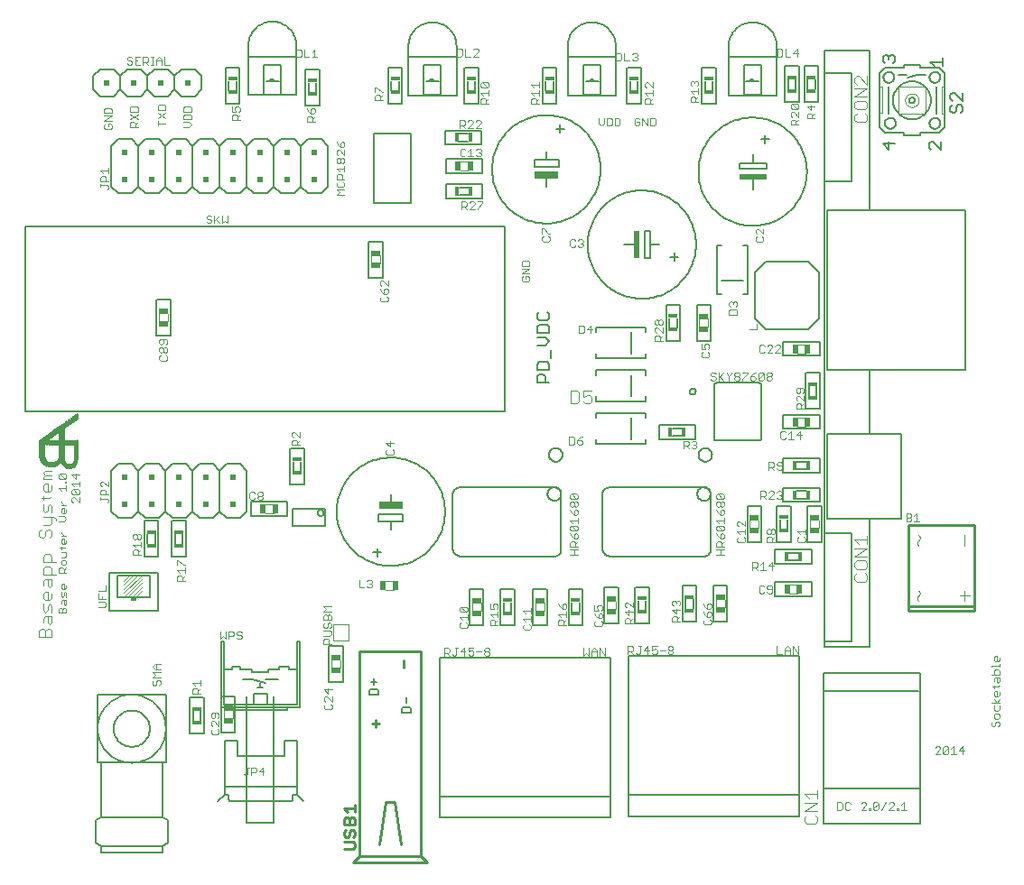
<source format=gto>
G75*
%MOIN*%
%OFA0B0*%
%FSLAX24Y24*%
%IPPOS*%
%LPD*%
%AMOC8*
5,1,8,0,0,1.08239X$1,22.5*
%
%ADD10C,0.0030*%
%ADD11R,0.0010X0.0750*%
%ADD12R,0.0010X0.0230*%
%ADD13R,0.0010X0.0810*%
%ADD14R,0.0010X0.0840*%
%ADD15R,0.0010X0.0240*%
%ADD16R,0.0010X0.0870*%
%ADD17R,0.0010X0.0890*%
%ADD18R,0.0010X0.0920*%
%ADD19R,0.0010X0.0930*%
%ADD20R,0.0010X0.0950*%
%ADD21R,0.0010X0.0960*%
%ADD22R,0.0010X0.0980*%
%ADD23R,0.0010X0.1000*%
%ADD24R,0.0010X0.0390*%
%ADD25R,0.0010X0.0020*%
%ADD26R,0.0010X0.0010*%
%ADD27R,0.0010X0.0190*%
%ADD28R,0.0010X0.0310*%
%ADD29R,0.0010X0.0280*%
%ADD30R,0.0010X0.0260*%
%ADD31R,0.0010X0.0250*%
%ADD32R,0.0010X0.0220*%
%ADD33R,0.0010X0.0210*%
%ADD34R,0.0010X0.0200*%
%ADD35R,0.0010X0.1630*%
%ADD36R,0.0010X0.1600*%
%ADD37R,0.0010X0.1570*%
%ADD38R,0.0010X0.1560*%
%ADD39R,0.0010X0.1540*%
%ADD40R,0.0010X0.1520*%
%ADD41R,0.0010X0.1500*%
%ADD42R,0.0010X0.1470*%
%ADD43R,0.0010X0.1460*%
%ADD44R,0.0010X0.1430*%
%ADD45R,0.0010X0.1390*%
%ADD46R,0.0010X0.1380*%
%ADD47R,0.0010X0.1400*%
%ADD48R,0.0010X0.0270*%
%ADD49R,0.0010X0.0180*%
%ADD50R,0.0010X0.0420*%
%ADD51R,0.0010X0.0410*%
%ADD52R,0.0010X0.0400*%
%ADD53R,0.0010X0.0380*%
%ADD54R,0.0010X0.0370*%
%ADD55R,0.0010X0.0360*%
%ADD56R,0.0010X0.0350*%
%ADD57R,0.0010X0.0300*%
%ADD58R,0.0010X0.0340*%
%ADD59R,0.0010X0.0330*%
%ADD60R,0.0010X0.1090*%
%ADD61R,0.0010X0.1070*%
%ADD62R,0.0010X0.1060*%
%ADD63R,0.0010X0.1050*%
%ADD64R,0.0010X0.1030*%
%ADD65R,0.0010X0.1020*%
%ADD66R,0.0010X0.0990*%
%ADD67R,0.0010X0.0970*%
%ADD68R,0.0010X0.0940*%
%ADD69R,0.0010X0.0900*%
%ADD70R,0.0010X0.0880*%
%ADD71R,0.0010X0.0860*%
%ADD72R,0.0010X0.0830*%
%ADD73R,0.0010X0.0800*%
%ADD74R,0.0010X0.0780*%
%ADD75R,0.0010X0.0730*%
%ADD76R,0.0010X0.0680*%
%ADD77C,0.0040*%
%ADD78R,0.0374X0.0197*%
%ADD79C,0.0050*%
%ADD80C,0.0060*%
%ADD81R,0.0160X0.0340*%
%ADD82R,0.0197X0.0374*%
%ADD83C,0.0080*%
%ADD84C,0.0020*%
%ADD85R,0.0900X0.0250*%
%ADD86R,0.0200X0.1000*%
%ADD87C,0.0100*%
%ADD88R,0.0340X0.0160*%
%ADD89C,0.0020*%
%ADD90R,0.0200X0.0200*%
%ADD91R,0.1000X0.0200*%
%ADD92C,0.0010*%
%ADD93R,0.0244X0.0161*%
D10*
X009605Y007091D02*
X009653Y007042D01*
X009702Y007042D01*
X009750Y007091D01*
X009750Y007188D01*
X009798Y007236D01*
X009847Y007236D01*
X009895Y007188D01*
X009895Y007091D01*
X009847Y007042D01*
X009605Y007091D02*
X009605Y007188D01*
X009653Y007236D01*
X009605Y007337D02*
X009702Y007434D01*
X009605Y007531D01*
X009895Y007531D01*
X009895Y007632D02*
X009702Y007632D01*
X009605Y007728D01*
X009702Y007825D01*
X009895Y007825D01*
X009750Y007825D02*
X009750Y007632D01*
X009895Y007337D02*
X009605Y007337D01*
X011085Y007144D02*
X011375Y007144D01*
X011375Y007048D02*
X011375Y007241D01*
X011182Y007048D02*
X011085Y007144D01*
X011133Y006947D02*
X011230Y006947D01*
X011278Y006898D01*
X011278Y006753D01*
X011278Y006850D02*
X011375Y006947D01*
X011375Y006753D02*
X011085Y006753D01*
X011085Y006898D01*
X011133Y006947D01*
X011813Y006033D02*
X011764Y005984D01*
X011764Y005887D01*
X011813Y005839D01*
X011861Y005839D01*
X011910Y005887D01*
X011910Y006033D01*
X012006Y006033D02*
X011813Y006033D01*
X012006Y006033D02*
X012055Y005984D01*
X012055Y005887D01*
X012006Y005839D01*
X012055Y005738D02*
X012055Y005544D01*
X011861Y005738D01*
X011813Y005738D01*
X011764Y005689D01*
X011764Y005593D01*
X011813Y005544D01*
X011813Y005443D02*
X011764Y005395D01*
X011764Y005298D01*
X011813Y005250D01*
X012006Y005250D01*
X012055Y005298D01*
X012055Y005395D01*
X012006Y005443D01*
X015942Y006208D02*
X015990Y006160D01*
X016183Y006160D01*
X016232Y006208D01*
X016232Y006305D01*
X016183Y006353D01*
X016232Y006454D02*
X016038Y006648D01*
X015990Y006648D01*
X015942Y006599D01*
X015942Y006503D01*
X015990Y006454D01*
X015990Y006353D02*
X015942Y006305D01*
X015942Y006208D01*
X016232Y006454D02*
X016232Y006648D01*
X016087Y006749D02*
X016087Y006943D01*
X016232Y006894D02*
X015942Y006894D01*
X016087Y006749D01*
X016108Y008582D02*
X016108Y008728D01*
X016060Y008776D01*
X015963Y008776D01*
X015915Y008728D01*
X015915Y008582D01*
X016205Y008582D01*
X016157Y008877D02*
X016205Y008925D01*
X016205Y009022D01*
X016157Y009071D01*
X015915Y009071D01*
X015963Y009172D02*
X016012Y009172D01*
X016060Y009220D01*
X016060Y009317D01*
X016108Y009365D01*
X016157Y009365D01*
X016205Y009317D01*
X016205Y009220D01*
X016157Y009172D01*
X015963Y009172D02*
X015915Y009220D01*
X015915Y009317D01*
X015963Y009365D01*
X015915Y009466D02*
X015915Y009611D01*
X015963Y009660D01*
X016012Y009660D01*
X016060Y009611D01*
X016060Y009466D01*
X016205Y009466D02*
X016205Y009611D01*
X016157Y009660D01*
X016108Y009660D01*
X016060Y009611D01*
X016205Y009466D02*
X015915Y009466D01*
X015915Y009761D02*
X016012Y009858D01*
X015915Y009955D01*
X016205Y009955D01*
X016205Y009761D02*
X015915Y009761D01*
X015915Y008877D02*
X016157Y008877D01*
X017229Y010661D02*
X017423Y010661D01*
X017524Y010709D02*
X017572Y010661D01*
X017669Y010661D01*
X017718Y010709D01*
X017718Y010758D01*
X017669Y010806D01*
X017621Y010806D01*
X017669Y010806D02*
X017718Y010854D01*
X017718Y010903D01*
X017669Y010951D01*
X017572Y010951D01*
X017524Y010903D01*
X017229Y010951D02*
X017229Y010661D01*
X020375Y008433D02*
X020520Y008433D01*
X020568Y008384D01*
X020568Y008288D01*
X020520Y008239D01*
X020375Y008239D01*
X020375Y008142D02*
X020375Y008433D01*
X020472Y008239D02*
X020568Y008142D01*
X020670Y008191D02*
X020718Y008142D01*
X020766Y008142D01*
X020815Y008191D01*
X020815Y008433D01*
X020863Y008433D02*
X020766Y008433D01*
X020964Y008288D02*
X021158Y008288D01*
X021259Y008288D02*
X021356Y008336D01*
X021404Y008336D01*
X021452Y008288D01*
X021452Y008191D01*
X021404Y008142D01*
X021307Y008142D01*
X021259Y008191D01*
X021259Y008288D02*
X021259Y008433D01*
X021452Y008433D01*
X021554Y008288D02*
X021747Y008288D01*
X021848Y008336D02*
X021848Y008384D01*
X021897Y008433D01*
X021993Y008433D01*
X022042Y008384D01*
X022042Y008336D01*
X021993Y008288D01*
X021897Y008288D01*
X021848Y008336D01*
X021897Y008288D02*
X021848Y008239D01*
X021848Y008191D01*
X021897Y008142D01*
X021993Y008142D01*
X022042Y008191D01*
X022042Y008239D01*
X021993Y008288D01*
X021109Y008142D02*
X021109Y008433D01*
X020964Y008288D01*
X020992Y009168D02*
X021185Y009168D01*
X021234Y009217D01*
X021234Y009314D01*
X021185Y009362D01*
X021234Y009463D02*
X021234Y009657D01*
X021234Y009560D02*
X020943Y009560D01*
X021040Y009463D01*
X020992Y009362D02*
X020943Y009314D01*
X020943Y009217D01*
X020992Y009168D01*
X020992Y009758D02*
X020943Y009806D01*
X020943Y009903D01*
X020992Y009951D01*
X021185Y009758D01*
X021234Y009806D01*
X021234Y009903D01*
X021185Y009951D01*
X020992Y009951D01*
X020992Y009758D02*
X021185Y009758D01*
X022065Y009670D02*
X022355Y009670D01*
X022355Y009573D02*
X022355Y009767D01*
X022307Y009868D02*
X022355Y009916D01*
X022355Y010013D01*
X022307Y010061D01*
X022210Y010061D01*
X022162Y010013D01*
X022162Y009964D01*
X022210Y009868D01*
X022065Y009868D01*
X022065Y010061D01*
X022065Y009670D02*
X022162Y009573D01*
X022210Y009472D02*
X022258Y009424D01*
X022258Y009278D01*
X022355Y009278D02*
X022065Y009278D01*
X022065Y009424D01*
X022113Y009472D01*
X022210Y009472D01*
X022258Y009375D02*
X022355Y009472D01*
X023283Y009500D02*
X023380Y009403D01*
X023332Y009302D02*
X023283Y009254D01*
X023283Y009157D01*
X023332Y009108D01*
X023525Y009108D01*
X023574Y009157D01*
X023574Y009254D01*
X023525Y009302D01*
X023574Y009403D02*
X023574Y009597D01*
X023574Y009500D02*
X023283Y009500D01*
X023380Y009698D02*
X023283Y009794D01*
X023574Y009794D01*
X023574Y009698D02*
X023574Y009891D01*
X024585Y010061D02*
X024633Y009964D01*
X024730Y009868D01*
X024730Y010013D01*
X024778Y010061D01*
X024827Y010061D01*
X024875Y010013D01*
X024875Y009916D01*
X024827Y009868D01*
X024730Y009868D01*
X024875Y009767D02*
X024875Y009573D01*
X024875Y009670D02*
X024585Y009670D01*
X024682Y009573D01*
X024730Y009472D02*
X024778Y009424D01*
X024778Y009278D01*
X024875Y009278D02*
X024585Y009278D01*
X024585Y009424D01*
X024633Y009472D01*
X024730Y009472D01*
X024778Y009375D02*
X024875Y009472D01*
X025923Y009374D02*
X025923Y009277D01*
X025972Y009228D01*
X026165Y009228D01*
X026214Y009277D01*
X026214Y009374D01*
X026165Y009422D01*
X026165Y009523D02*
X026214Y009571D01*
X026214Y009668D01*
X026165Y009717D01*
X026117Y009717D01*
X026069Y009668D01*
X026069Y009523D01*
X026165Y009523D01*
X026069Y009523D02*
X025972Y009620D01*
X025923Y009717D01*
X025923Y009818D02*
X026069Y009818D01*
X026020Y009914D01*
X026020Y009963D01*
X026069Y010011D01*
X026165Y010011D01*
X026214Y009963D01*
X026214Y009866D01*
X026165Y009818D01*
X025923Y009818D02*
X025923Y010011D01*
X025972Y009422D02*
X025923Y009374D01*
X027045Y009338D02*
X027045Y009484D01*
X027093Y009532D01*
X027190Y009532D01*
X027238Y009484D01*
X027238Y009338D01*
X027335Y009338D02*
X027045Y009338D01*
X027238Y009435D02*
X027335Y009532D01*
X027190Y009633D02*
X027190Y009827D01*
X027093Y009928D02*
X027045Y009976D01*
X027045Y010073D01*
X027093Y010121D01*
X027142Y010121D01*
X027335Y009928D01*
X027335Y010121D01*
X027335Y009778D02*
X027045Y009778D01*
X027190Y009633D01*
X027155Y008493D02*
X027300Y008493D01*
X027348Y008444D01*
X027348Y008348D01*
X027300Y008299D01*
X027155Y008299D01*
X027155Y008202D02*
X027155Y008493D01*
X027252Y008299D02*
X027348Y008202D01*
X027450Y008251D02*
X027498Y008202D01*
X027546Y008202D01*
X027595Y008251D01*
X027595Y008493D01*
X027643Y008493D02*
X027546Y008493D01*
X027744Y008348D02*
X027938Y008348D01*
X028039Y008348D02*
X028136Y008396D01*
X028184Y008396D01*
X028232Y008348D01*
X028232Y008251D01*
X028184Y008202D01*
X028087Y008202D01*
X028039Y008251D01*
X028039Y008348D02*
X028039Y008493D01*
X028232Y008493D01*
X028334Y008348D02*
X028527Y008348D01*
X028628Y008396D02*
X028628Y008444D01*
X028677Y008493D01*
X028773Y008493D01*
X028822Y008444D01*
X028822Y008396D01*
X028773Y008348D01*
X028677Y008348D01*
X028628Y008396D01*
X028677Y008348D02*
X028628Y008299D01*
X028628Y008251D01*
X028677Y008202D01*
X028773Y008202D01*
X028822Y008251D01*
X028822Y008299D01*
X028773Y008348D01*
X027889Y008493D02*
X027744Y008348D01*
X027889Y008202D02*
X027889Y008493D01*
X028785Y009398D02*
X028785Y009544D01*
X028833Y009592D01*
X028930Y009592D01*
X028978Y009544D01*
X028978Y009398D01*
X029075Y009398D02*
X028785Y009398D01*
X028978Y009495D02*
X029075Y009592D01*
X028930Y009693D02*
X028930Y009887D01*
X029027Y009988D02*
X029075Y010036D01*
X029075Y010133D01*
X029027Y010181D01*
X028978Y010181D01*
X028930Y010133D01*
X028930Y010084D01*
X028930Y010133D02*
X028882Y010181D01*
X028833Y010181D01*
X028785Y010133D01*
X028785Y010036D01*
X028833Y009988D01*
X028785Y009838D02*
X028930Y009693D01*
X029075Y009838D02*
X028785Y009838D01*
X029943Y009777D02*
X029992Y009680D01*
X030089Y009583D01*
X030089Y009728D01*
X030137Y009777D01*
X030185Y009777D01*
X030234Y009728D01*
X030234Y009631D01*
X030185Y009583D01*
X030089Y009583D01*
X030185Y009482D02*
X030234Y009434D01*
X030234Y009337D01*
X030185Y009288D01*
X029992Y009288D01*
X029943Y009337D01*
X029943Y009434D01*
X029992Y009482D01*
X030089Y009878D02*
X030089Y010023D01*
X030137Y010071D01*
X030185Y010071D01*
X030234Y010023D01*
X030234Y009926D01*
X030185Y009878D01*
X030089Y009878D01*
X029992Y009974D01*
X029943Y010071D01*
X031996Y010502D02*
X032044Y010454D01*
X032141Y010454D01*
X032189Y010502D01*
X032290Y010502D02*
X032339Y010454D01*
X032435Y010454D01*
X032484Y010502D01*
X032484Y010696D01*
X032435Y010744D01*
X032339Y010744D01*
X032290Y010696D01*
X032290Y010647D01*
X032339Y010599D01*
X032484Y010599D01*
X032189Y010696D02*
X032141Y010744D01*
X032044Y010744D01*
X031996Y010696D01*
X031996Y010502D01*
X032046Y011312D02*
X032239Y011312D01*
X032142Y011312D02*
X032142Y011603D01*
X032046Y011506D01*
X031945Y011554D02*
X031945Y011458D01*
X031896Y011409D01*
X031751Y011409D01*
X031751Y011312D02*
X031751Y011603D01*
X031896Y011603D01*
X031945Y011554D01*
X031848Y011409D02*
X031945Y011312D01*
X032340Y011458D02*
X032534Y011458D01*
X032485Y011603D02*
X032340Y011458D01*
X032485Y011312D02*
X032485Y011603D01*
X032478Y012342D02*
X032478Y012488D01*
X032430Y012536D01*
X032333Y012536D01*
X032285Y012488D01*
X032285Y012342D01*
X032575Y012342D01*
X032478Y012439D02*
X032575Y012536D01*
X032527Y012637D02*
X032478Y012637D01*
X032430Y012685D01*
X032430Y012782D01*
X032478Y012831D01*
X032527Y012831D01*
X032575Y012782D01*
X032575Y012685D01*
X032527Y012637D01*
X032430Y012685D02*
X032382Y012637D01*
X032333Y012637D01*
X032285Y012685D01*
X032285Y012782D01*
X032333Y012831D01*
X032382Y012831D01*
X032430Y012782D01*
X031476Y012821D02*
X031476Y012627D01*
X031476Y012724D02*
X031186Y012724D01*
X031283Y012627D01*
X031234Y012526D02*
X031186Y012478D01*
X031186Y012381D01*
X031234Y012332D01*
X031428Y012332D01*
X031476Y012381D01*
X031476Y012478D01*
X031428Y012526D01*
X031476Y012922D02*
X031283Y013115D01*
X031234Y013115D01*
X031186Y013067D01*
X031186Y012970D01*
X031234Y012922D01*
X031476Y012922D02*
X031476Y013115D01*
X030705Y013151D02*
X030415Y013151D01*
X030512Y013054D01*
X030463Y012953D02*
X030657Y012759D01*
X030705Y012808D01*
X030705Y012904D01*
X030657Y012953D01*
X030463Y012953D01*
X030415Y012904D01*
X030415Y012808D01*
X030463Y012759D01*
X030657Y012759D01*
X030657Y012658D02*
X030608Y012658D01*
X030560Y012610D01*
X030560Y012464D01*
X030657Y012464D01*
X030705Y012513D01*
X030705Y012610D01*
X030657Y012658D01*
X030463Y012561D02*
X030560Y012464D01*
X030560Y012363D02*
X030608Y012315D01*
X030608Y012170D01*
X030608Y012267D02*
X030705Y012363D01*
X030560Y012363D02*
X030463Y012363D01*
X030415Y012315D01*
X030415Y012170D01*
X030705Y012170D01*
X030705Y012069D02*
X030415Y012069D01*
X030560Y012069D02*
X030560Y011875D01*
X030705Y011875D02*
X030415Y011875D01*
X030463Y012561D02*
X030415Y012658D01*
X030705Y013054D02*
X030705Y013247D01*
X030657Y013348D02*
X030705Y013397D01*
X030705Y013494D01*
X030657Y013542D01*
X030608Y013542D01*
X030560Y013494D01*
X030560Y013348D01*
X030657Y013348D01*
X030560Y013348D02*
X030463Y013445D01*
X030415Y013542D01*
X030463Y013643D02*
X030512Y013643D01*
X030560Y013691D01*
X030560Y013788D01*
X030608Y013837D01*
X030657Y013837D01*
X030705Y013788D01*
X030705Y013691D01*
X030657Y013643D01*
X030608Y013643D01*
X030560Y013691D01*
X030560Y013788D02*
X030512Y013837D01*
X030463Y013837D01*
X030415Y013788D01*
X030415Y013691D01*
X030463Y013643D01*
X030463Y013938D02*
X030415Y013986D01*
X030415Y014083D01*
X030463Y014131D01*
X030657Y013938D01*
X030705Y013986D01*
X030705Y014083D01*
X030657Y014131D01*
X030463Y014131D01*
X030463Y013938D02*
X030657Y013938D01*
X032055Y013932D02*
X032055Y014223D01*
X032200Y014223D01*
X032248Y014174D01*
X032248Y014078D01*
X032200Y014029D01*
X032055Y014029D01*
X032152Y014029D02*
X032248Y013932D01*
X032350Y013932D02*
X032543Y014126D01*
X032543Y014174D01*
X032495Y014223D01*
X032398Y014223D01*
X032350Y014174D01*
X032350Y013932D02*
X032543Y013932D01*
X032644Y013981D02*
X032693Y013932D01*
X032789Y013932D01*
X032838Y013981D01*
X032838Y014029D01*
X032789Y014078D01*
X032741Y014078D01*
X032789Y014078D02*
X032838Y014126D01*
X032838Y014174D01*
X032789Y014223D01*
X032693Y014223D01*
X032644Y014174D01*
X032698Y015012D02*
X032795Y015012D01*
X032843Y015061D01*
X032843Y015254D01*
X032795Y015303D01*
X032698Y015303D01*
X032650Y015254D01*
X032650Y015206D01*
X032698Y015158D01*
X032843Y015158D01*
X032698Y015012D02*
X032650Y015061D01*
X032548Y015012D02*
X032452Y015109D01*
X032500Y015109D02*
X032355Y015109D01*
X032355Y015012D02*
X032355Y015303D01*
X032500Y015303D01*
X032548Y015254D01*
X032548Y015158D01*
X032500Y015109D01*
X032829Y016154D02*
X032926Y016154D01*
X032975Y016202D01*
X033076Y016154D02*
X033269Y016154D01*
X033172Y016154D02*
X033172Y016444D01*
X033076Y016347D01*
X032975Y016396D02*
X032926Y016444D01*
X032829Y016444D01*
X032781Y016396D01*
X032781Y016202D01*
X032829Y016154D01*
X033370Y016299D02*
X033564Y016299D01*
X033515Y016444D02*
X033370Y016299D01*
X033515Y016154D02*
X033515Y016444D01*
X033558Y017262D02*
X033558Y017408D01*
X033510Y017456D01*
X033413Y017456D01*
X033365Y017408D01*
X033365Y017262D01*
X033655Y017262D01*
X033558Y017359D02*
X033655Y017456D01*
X033655Y017557D02*
X033462Y017751D01*
X033413Y017751D01*
X033365Y017702D01*
X033365Y017605D01*
X033413Y017557D01*
X033655Y017557D02*
X033655Y017751D01*
X033607Y017852D02*
X033655Y017900D01*
X033655Y017997D01*
X033607Y018045D01*
X033413Y018045D01*
X033365Y017997D01*
X033365Y017900D01*
X033413Y017852D01*
X033462Y017852D01*
X033510Y017900D01*
X033510Y018045D01*
X032460Y018364D02*
X032411Y018316D01*
X032315Y018316D01*
X032266Y018364D01*
X032266Y018413D01*
X032315Y018461D01*
X032411Y018461D01*
X032460Y018413D01*
X032460Y018364D01*
X032411Y018461D02*
X032460Y018510D01*
X032460Y018558D01*
X032411Y018606D01*
X032315Y018606D01*
X032266Y018558D01*
X032266Y018510D01*
X032315Y018461D01*
X032165Y018364D02*
X032117Y018316D01*
X032020Y018316D01*
X031972Y018364D01*
X032165Y018558D01*
X032165Y018364D01*
X031972Y018364D02*
X031972Y018558D01*
X032020Y018606D01*
X032117Y018606D01*
X032165Y018558D01*
X031870Y018606D02*
X031774Y018558D01*
X031677Y018461D01*
X031822Y018461D01*
X031870Y018413D01*
X031870Y018364D01*
X031822Y018316D01*
X031725Y018316D01*
X031677Y018364D01*
X031677Y018461D01*
X031576Y018558D02*
X031382Y018364D01*
X031382Y018316D01*
X031281Y018364D02*
X031233Y018316D01*
X031136Y018316D01*
X031088Y018364D01*
X031088Y018413D01*
X031136Y018461D01*
X031233Y018461D01*
X031281Y018413D01*
X031281Y018364D01*
X031233Y018461D02*
X031281Y018510D01*
X031281Y018558D01*
X031233Y018606D01*
X031136Y018606D01*
X031088Y018558D01*
X031088Y018510D01*
X031136Y018461D01*
X030986Y018558D02*
X030986Y018606D01*
X030986Y018558D02*
X030890Y018461D01*
X030890Y018316D01*
X030890Y018461D02*
X030793Y018558D01*
X030793Y018606D01*
X030692Y018606D02*
X030498Y018413D01*
X030547Y018461D02*
X030692Y018316D01*
X030498Y018316D02*
X030498Y018606D01*
X030397Y018558D02*
X030349Y018606D01*
X030252Y018606D01*
X030204Y018558D01*
X030204Y018510D01*
X030252Y018461D01*
X030349Y018461D01*
X030397Y018413D01*
X030397Y018364D01*
X030349Y018316D01*
X030252Y018316D01*
X030204Y018364D01*
X030108Y019172D02*
X030156Y019221D01*
X030156Y019318D01*
X030108Y019366D01*
X030108Y019467D02*
X030156Y019515D01*
X030156Y019612D01*
X030108Y019661D01*
X030011Y019661D01*
X029963Y019612D01*
X029963Y019564D01*
X030011Y019467D01*
X029866Y019467D01*
X029866Y019661D01*
X029914Y019366D02*
X029866Y019318D01*
X029866Y019221D01*
X029914Y019172D01*
X030108Y019172D01*
X031382Y018606D02*
X031576Y018606D01*
X031576Y018558D01*
X032049Y019334D02*
X032001Y019382D01*
X032001Y019576D01*
X032049Y019624D01*
X032146Y019624D01*
X032195Y019576D01*
X032296Y019576D02*
X032344Y019624D01*
X032441Y019624D01*
X032489Y019576D01*
X032489Y019527D01*
X032296Y019334D01*
X032489Y019334D01*
X032590Y019334D02*
X032784Y019527D01*
X032784Y019576D01*
X032735Y019624D01*
X032639Y019624D01*
X032590Y019576D01*
X032590Y019334D02*
X032784Y019334D01*
X032195Y019382D02*
X032146Y019334D01*
X032049Y019334D01*
X031919Y020199D02*
X031919Y020392D01*
X031919Y020199D02*
X031629Y020199D01*
X031180Y020746D02*
X030890Y020746D01*
X030890Y020891D01*
X030938Y020940D01*
X031132Y020940D01*
X031180Y020891D01*
X031180Y020746D01*
X031132Y021041D02*
X031180Y021089D01*
X031180Y021186D01*
X031132Y021234D01*
X031083Y021234D01*
X031035Y021186D01*
X031035Y021138D01*
X031035Y021186D02*
X030986Y021234D01*
X030938Y021234D01*
X030890Y021186D01*
X030890Y021089D01*
X030938Y021041D01*
X028435Y020517D02*
X028435Y020420D01*
X028387Y020372D01*
X028338Y020372D01*
X028290Y020420D01*
X028290Y020517D01*
X028338Y020565D01*
X028387Y020565D01*
X028435Y020517D01*
X028290Y020517D02*
X028242Y020565D01*
X028193Y020565D01*
X028145Y020517D01*
X028145Y020420D01*
X028193Y020372D01*
X028242Y020372D01*
X028290Y020420D01*
X028242Y020271D02*
X028193Y020271D01*
X028145Y020222D01*
X028145Y020125D01*
X028193Y020077D01*
X028193Y019976D02*
X028290Y019976D01*
X028338Y019928D01*
X028338Y019782D01*
X028435Y019782D02*
X028145Y019782D01*
X028145Y019928D01*
X028193Y019976D01*
X028338Y019879D02*
X028435Y019976D01*
X028435Y020077D02*
X028242Y020271D01*
X028435Y020271D02*
X028435Y020077D01*
X025834Y020207D02*
X025641Y020207D01*
X025786Y020352D01*
X025786Y020062D01*
X025540Y020110D02*
X025540Y020304D01*
X025491Y020352D01*
X025346Y020352D01*
X025346Y020062D01*
X025491Y020062D01*
X025540Y020110D01*
X023525Y022011D02*
X023525Y022108D01*
X023477Y022156D01*
X023380Y022156D01*
X023380Y022059D01*
X023477Y021962D02*
X023525Y022011D01*
X023477Y021962D02*
X023283Y021962D01*
X023235Y022011D01*
X023235Y022108D01*
X023283Y022156D01*
X023235Y022257D02*
X023525Y022451D01*
X023235Y022451D01*
X023235Y022552D02*
X023235Y022697D01*
X023283Y022745D01*
X023477Y022745D01*
X023525Y022697D01*
X023525Y022552D01*
X023235Y022552D01*
X023235Y022257D02*
X023525Y022257D01*
X024027Y023450D02*
X024220Y023450D01*
X024268Y023499D01*
X024268Y023595D01*
X024220Y023644D01*
X024220Y023745D02*
X024268Y023745D01*
X024220Y023745D02*
X024027Y023938D01*
X023978Y023938D01*
X023978Y023745D01*
X024027Y023644D02*
X023978Y023595D01*
X023978Y023499D01*
X024027Y023450D01*
X025013Y023482D02*
X025013Y023289D01*
X025062Y023240D01*
X025159Y023240D01*
X025207Y023289D01*
X025308Y023289D02*
X025356Y023240D01*
X025453Y023240D01*
X025502Y023289D01*
X025502Y023337D01*
X025453Y023386D01*
X025405Y023386D01*
X025453Y023386D02*
X025502Y023434D01*
X025502Y023482D01*
X025453Y023531D01*
X025356Y023531D01*
X025308Y023482D01*
X025207Y023482D02*
X025159Y023531D01*
X025062Y023531D01*
X025013Y023482D01*
X021788Y024879D02*
X021594Y024686D01*
X021594Y024637D01*
X021493Y024637D02*
X021300Y024637D01*
X021493Y024831D01*
X021493Y024879D01*
X021445Y024928D01*
X021348Y024928D01*
X021300Y024879D01*
X021198Y024879D02*
X021198Y024783D01*
X021150Y024734D01*
X021005Y024734D01*
X021005Y024637D02*
X021005Y024928D01*
X021150Y024928D01*
X021198Y024879D01*
X021102Y024734D02*
X021198Y024637D01*
X021594Y024928D02*
X021788Y024928D01*
X021788Y024879D01*
X021695Y026590D02*
X021599Y026590D01*
X021550Y026638D01*
X021449Y026590D02*
X021256Y026590D01*
X021352Y026590D02*
X021352Y026880D01*
X021256Y026784D01*
X021155Y026832D02*
X021106Y026880D01*
X021009Y026880D01*
X020961Y026832D01*
X020961Y026638D01*
X021009Y026590D01*
X021106Y026590D01*
X021155Y026638D01*
X021550Y026832D02*
X021599Y026880D01*
X021695Y026880D01*
X021744Y026832D01*
X021744Y026784D01*
X021695Y026735D01*
X021744Y026687D01*
X021744Y026638D01*
X021695Y026590D01*
X021695Y026735D02*
X021647Y026735D01*
X021731Y027645D02*
X021538Y027645D01*
X021731Y027839D01*
X021731Y027887D01*
X021683Y027935D01*
X021586Y027935D01*
X021538Y027887D01*
X021437Y027887D02*
X021388Y027935D01*
X021291Y027935D01*
X021243Y027887D01*
X021142Y027887D02*
X021142Y027790D01*
X021094Y027742D01*
X020948Y027742D01*
X020948Y027645D02*
X020948Y027935D01*
X021094Y027935D01*
X021142Y027887D01*
X021045Y027742D02*
X021142Y027645D01*
X021243Y027645D02*
X021437Y027839D01*
X021437Y027887D01*
X021437Y027645D02*
X021243Y027645D01*
X021725Y028542D02*
X021725Y028688D01*
X021773Y028736D01*
X021870Y028736D01*
X021918Y028688D01*
X021918Y028542D01*
X022015Y028542D02*
X021725Y028542D01*
X021918Y028639D02*
X022015Y028736D01*
X022015Y028837D02*
X022015Y029031D01*
X022015Y028934D02*
X021725Y028934D01*
X021822Y028837D01*
X021773Y029132D02*
X021725Y029180D01*
X021725Y029277D01*
X021773Y029325D01*
X021967Y029132D01*
X022015Y029180D01*
X022015Y029277D01*
X021967Y029325D01*
X021773Y029325D01*
X021773Y029132D02*
X021967Y029132D01*
X021627Y030282D02*
X021434Y030282D01*
X021627Y030476D01*
X021627Y030524D01*
X021579Y030573D01*
X021482Y030573D01*
X021434Y030524D01*
X021332Y030282D02*
X021139Y030282D01*
X021139Y030573D01*
X021038Y030524D02*
X020989Y030573D01*
X020844Y030573D01*
X020844Y030282D01*
X020989Y030282D01*
X021038Y030331D01*
X021038Y030524D01*
X023585Y029228D02*
X023875Y029228D01*
X023875Y029132D02*
X023875Y029325D01*
X023682Y029132D02*
X023585Y029228D01*
X023585Y028934D02*
X023875Y028934D01*
X023875Y028837D02*
X023875Y029031D01*
X023682Y028837D02*
X023585Y028934D01*
X023633Y028736D02*
X023730Y028736D01*
X023778Y028688D01*
X023778Y028542D01*
X023875Y028542D02*
X023585Y028542D01*
X023585Y028688D01*
X023633Y028736D01*
X023778Y028639D02*
X023875Y028736D01*
X026075Y028013D02*
X026075Y027819D01*
X026172Y027722D01*
X026268Y027819D01*
X026268Y028013D01*
X026370Y028013D02*
X026515Y028013D01*
X026563Y027964D01*
X026563Y027771D01*
X026515Y027722D01*
X026370Y027722D01*
X026370Y028013D01*
X026664Y028013D02*
X026809Y028013D01*
X026858Y027964D01*
X026858Y027771D01*
X026809Y027722D01*
X026664Y027722D01*
X026664Y028013D01*
X027395Y027964D02*
X027395Y027771D01*
X027443Y027722D01*
X027540Y027722D01*
X027588Y027771D01*
X027588Y027868D01*
X027492Y027868D01*
X027588Y027964D02*
X027540Y028013D01*
X027443Y028013D01*
X027395Y027964D01*
X027690Y028013D02*
X027883Y027722D01*
X027883Y028013D01*
X027984Y028013D02*
X028129Y028013D01*
X028178Y027964D01*
X028178Y027771D01*
X028129Y027722D01*
X027984Y027722D01*
X027984Y028013D01*
X027690Y028013D02*
X027690Y027722D01*
X027785Y028542D02*
X027785Y028688D01*
X027833Y028736D01*
X027930Y028736D01*
X027978Y028688D01*
X027978Y028542D01*
X028075Y028542D02*
X027785Y028542D01*
X027978Y028639D02*
X028075Y028736D01*
X028075Y028837D02*
X028075Y029031D01*
X028075Y028934D02*
X027785Y028934D01*
X027882Y028837D01*
X027833Y029132D02*
X027785Y029180D01*
X027785Y029277D01*
X027833Y029325D01*
X027882Y029325D01*
X028075Y029132D01*
X028075Y029325D01*
X027459Y030128D02*
X027362Y030128D01*
X027314Y030176D01*
X027212Y030128D02*
X027019Y030128D01*
X027019Y030418D01*
X026918Y030370D02*
X026869Y030418D01*
X026724Y030418D01*
X026724Y030128D01*
X026869Y030128D01*
X026918Y030176D01*
X026918Y030370D01*
X027314Y030370D02*
X027362Y030418D01*
X027459Y030418D01*
X027507Y030370D01*
X027507Y030321D01*
X027459Y030273D01*
X027507Y030225D01*
X027507Y030176D01*
X027459Y030128D01*
X027459Y030273D02*
X027410Y030273D01*
X029465Y029337D02*
X029465Y029240D01*
X029513Y029192D01*
X029610Y029288D02*
X029610Y029337D01*
X029658Y029385D01*
X029707Y029385D01*
X029755Y029337D01*
X029755Y029240D01*
X029707Y029192D01*
X029755Y029091D02*
X029755Y028897D01*
X029755Y028994D02*
X029465Y028994D01*
X029562Y028897D01*
X029610Y028796D02*
X029658Y028748D01*
X029658Y028602D01*
X029755Y028602D02*
X029465Y028602D01*
X029465Y028748D01*
X029513Y028796D01*
X029610Y028796D01*
X029658Y028699D02*
X029755Y028796D01*
X029610Y029337D02*
X029562Y029385D01*
X029513Y029385D01*
X029465Y029337D01*
X032664Y030273D02*
X032809Y030273D01*
X032858Y030322D01*
X032858Y030515D01*
X032809Y030564D01*
X032664Y030564D01*
X032664Y030273D01*
X032959Y030273D02*
X032959Y030564D01*
X032959Y030273D02*
X033152Y030273D01*
X033254Y030419D02*
X033447Y030419D01*
X033399Y030564D02*
X033254Y030419D01*
X033399Y030273D02*
X033399Y030564D01*
X033407Y028541D02*
X033213Y028541D01*
X033407Y028348D01*
X033455Y028396D01*
X033455Y028493D01*
X033407Y028541D01*
X033407Y028348D02*
X033213Y028348D01*
X033165Y028396D01*
X033165Y028493D01*
X033213Y028541D01*
X033213Y028247D02*
X033165Y028198D01*
X033165Y028101D01*
X033213Y028053D01*
X033213Y027952D02*
X033310Y027952D01*
X033358Y027904D01*
X033358Y027758D01*
X033455Y027758D02*
X033165Y027758D01*
X033165Y027904D01*
X033213Y027952D01*
X033358Y027855D02*
X033455Y027952D01*
X033455Y028053D02*
X033262Y028247D01*
X033213Y028247D01*
X033455Y028247D02*
X033455Y028053D01*
X033765Y027993D02*
X033765Y028138D01*
X033813Y028187D01*
X033910Y028187D01*
X033958Y028138D01*
X033958Y027993D01*
X033958Y028090D02*
X034055Y028187D01*
X033910Y028288D02*
X033910Y028481D01*
X034055Y028433D02*
X033765Y028433D01*
X033910Y028288D01*
X034055Y027993D02*
X033765Y027993D01*
X032155Y023921D02*
X032155Y023728D01*
X031962Y023921D01*
X031913Y023921D01*
X031865Y023873D01*
X031865Y023776D01*
X031913Y023728D01*
X031913Y023627D02*
X031865Y023578D01*
X031865Y023481D01*
X031913Y023433D01*
X032107Y023433D01*
X032155Y023481D01*
X032155Y023578D01*
X032107Y023627D01*
X029641Y016084D02*
X029689Y016036D01*
X029689Y015987D01*
X029641Y015939D01*
X029689Y015890D01*
X029689Y015842D01*
X029641Y015794D01*
X029544Y015794D01*
X029496Y015842D01*
X029394Y015794D02*
X029298Y015890D01*
X029346Y015890D02*
X029201Y015890D01*
X029201Y015794D02*
X029201Y016084D01*
X029346Y016084D01*
X029394Y016036D01*
X029394Y015939D01*
X029346Y015890D01*
X029496Y016036D02*
X029544Y016084D01*
X029641Y016084D01*
X029641Y015939D02*
X029592Y015939D01*
X025474Y016001D02*
X025474Y016049D01*
X025426Y016097D01*
X025281Y016097D01*
X025281Y016001D01*
X025329Y015952D01*
X025426Y015952D01*
X025474Y016001D01*
X025377Y016194D02*
X025474Y016242D01*
X025377Y016194D02*
X025281Y016097D01*
X025180Y016001D02*
X025180Y016194D01*
X025131Y016242D01*
X024986Y016242D01*
X024986Y015952D01*
X025131Y015952D01*
X025180Y016001D01*
X025257Y014131D02*
X025305Y014083D01*
X025305Y013986D01*
X025257Y013938D01*
X025063Y014131D01*
X025257Y014131D01*
X025257Y013938D02*
X025063Y013938D01*
X025015Y013986D01*
X025015Y014083D01*
X025063Y014131D01*
X025063Y013837D02*
X025112Y013837D01*
X025160Y013788D01*
X025160Y013691D01*
X025112Y013643D01*
X025063Y013643D01*
X025015Y013691D01*
X025015Y013788D01*
X025063Y013837D01*
X025160Y013788D02*
X025208Y013837D01*
X025257Y013837D01*
X025305Y013788D01*
X025305Y013691D01*
X025257Y013643D01*
X025208Y013643D01*
X025160Y013691D01*
X025208Y013542D02*
X025160Y013494D01*
X025160Y013348D01*
X025257Y013348D01*
X025305Y013397D01*
X025305Y013494D01*
X025257Y013542D01*
X025208Y013542D01*
X025063Y013445D02*
X025160Y013348D01*
X025063Y013445D02*
X025015Y013542D01*
X025015Y013151D02*
X025305Y013151D01*
X025305Y013247D02*
X025305Y013054D01*
X025257Y012953D02*
X025305Y012904D01*
X025305Y012808D01*
X025257Y012759D01*
X025063Y012953D01*
X025257Y012953D01*
X025112Y013054D02*
X025015Y013151D01*
X025063Y012953D02*
X025015Y012904D01*
X025015Y012808D01*
X025063Y012759D01*
X025257Y012759D01*
X025257Y012658D02*
X025208Y012658D01*
X025160Y012610D01*
X025160Y012464D01*
X025257Y012464D01*
X025305Y012513D01*
X025305Y012610D01*
X025257Y012658D01*
X025063Y012561D02*
X025160Y012464D01*
X025160Y012363D02*
X025208Y012315D01*
X025208Y012170D01*
X025208Y012267D02*
X025305Y012363D01*
X025160Y012363D02*
X025063Y012363D01*
X025015Y012315D01*
X025015Y012170D01*
X025305Y012170D01*
X025305Y012069D02*
X025015Y012069D01*
X025160Y012069D02*
X025160Y011875D01*
X025305Y011875D02*
X025015Y011875D01*
X025063Y012561D02*
X025015Y012658D01*
X025515Y008433D02*
X025515Y008142D01*
X025612Y008239D01*
X025708Y008142D01*
X025708Y008433D01*
X025810Y008336D02*
X025906Y008433D01*
X026003Y008336D01*
X026003Y008142D01*
X026104Y008142D02*
X026104Y008433D01*
X026298Y008142D01*
X026298Y008433D01*
X026003Y008288D02*
X025810Y008288D01*
X025810Y008336D02*
X025810Y008142D01*
X032655Y008202D02*
X032848Y008202D01*
X032950Y008202D02*
X032950Y008396D01*
X033046Y008493D01*
X033143Y008396D01*
X033143Y008202D01*
X033244Y008202D02*
X033244Y008493D01*
X033438Y008202D01*
X033438Y008493D01*
X033143Y008348D02*
X032950Y008348D01*
X032655Y008493D02*
X032655Y008202D01*
X033454Y012332D02*
X033648Y012332D01*
X033696Y012381D01*
X033696Y012478D01*
X033648Y012526D01*
X033696Y012627D02*
X033696Y012821D01*
X033696Y012724D02*
X033406Y012724D01*
X033503Y012627D01*
X033454Y012526D02*
X033406Y012478D01*
X033406Y012381D01*
X033454Y012332D01*
X037430Y013108D02*
X037575Y013108D01*
X037623Y013157D01*
X037623Y013205D01*
X037575Y013253D01*
X037430Y013253D01*
X037575Y013253D02*
X037623Y013302D01*
X037623Y013350D01*
X037575Y013398D01*
X037430Y013398D01*
X037430Y013108D01*
X037724Y013108D02*
X037918Y013108D01*
X037821Y013108D02*
X037821Y013398D01*
X037724Y013302D01*
X040720Y008122D02*
X040768Y008122D01*
X040768Y007929D01*
X040720Y007929D02*
X040672Y007977D01*
X040672Y008074D01*
X040720Y008122D01*
X040865Y008074D02*
X040865Y007977D01*
X040817Y007929D01*
X040720Y007929D01*
X040865Y007829D02*
X040865Y007732D01*
X040865Y007781D02*
X040575Y007781D01*
X040575Y007732D01*
X040720Y007631D02*
X040672Y007583D01*
X040672Y007438D01*
X040575Y007438D02*
X040865Y007438D01*
X040865Y007583D01*
X040817Y007631D01*
X040720Y007631D01*
X040720Y007336D02*
X040865Y007336D01*
X040865Y007191D01*
X040817Y007143D01*
X040768Y007191D01*
X040768Y007336D01*
X040720Y007336D02*
X040672Y007288D01*
X040672Y007191D01*
X040672Y007043D02*
X040672Y006947D01*
X040623Y006995D02*
X040817Y006995D01*
X040865Y007043D01*
X040768Y006845D02*
X040768Y006652D01*
X040720Y006652D02*
X040672Y006700D01*
X040672Y006797D01*
X040720Y006845D01*
X040768Y006845D01*
X040865Y006797D02*
X040865Y006700D01*
X040817Y006652D01*
X040720Y006652D01*
X040672Y006551D02*
X040768Y006406D01*
X040865Y006551D01*
X040865Y006406D02*
X040575Y006406D01*
X040672Y006305D02*
X040672Y006160D01*
X040720Y006112D01*
X040817Y006112D01*
X040865Y006160D01*
X040865Y006305D01*
X040817Y006011D02*
X040720Y006011D01*
X040672Y005962D01*
X040672Y005865D01*
X040720Y005817D01*
X040817Y005817D01*
X040865Y005865D01*
X040865Y005962D01*
X040817Y006011D01*
X040817Y005716D02*
X040768Y005716D01*
X040720Y005668D01*
X040720Y005571D01*
X040672Y005522D01*
X040623Y005522D01*
X040575Y005571D01*
X040575Y005668D01*
X040623Y005716D01*
X040817Y005716D02*
X040865Y005668D01*
X040865Y005571D01*
X040817Y005522D01*
X039524Y004793D02*
X039524Y004502D01*
X039572Y004648D02*
X039379Y004648D01*
X039524Y004793D01*
X039181Y004793D02*
X039181Y004502D01*
X039084Y004502D02*
X039278Y004502D01*
X039084Y004696D02*
X039181Y004793D01*
X038983Y004744D02*
X038790Y004551D01*
X038838Y004502D01*
X038935Y004502D01*
X038983Y004551D01*
X038983Y004744D01*
X038935Y004793D01*
X038838Y004793D01*
X038790Y004744D01*
X038790Y004551D01*
X038688Y004502D02*
X038495Y004502D01*
X038688Y004696D01*
X038688Y004744D01*
X038640Y004793D01*
X038543Y004793D01*
X038495Y004744D01*
X037329Y002733D02*
X037232Y002636D01*
X037329Y002733D02*
X037329Y002442D01*
X037232Y002442D02*
X037426Y002442D01*
X037133Y002442D02*
X037085Y002442D01*
X037085Y002491D01*
X037133Y002491D01*
X037133Y002442D01*
X036984Y002442D02*
X036790Y002442D01*
X036984Y002636D01*
X036984Y002684D01*
X036935Y002733D01*
X036839Y002733D01*
X036790Y002684D01*
X036689Y002733D02*
X036496Y002442D01*
X036394Y002491D02*
X036346Y002442D01*
X036249Y002442D01*
X036201Y002491D01*
X036394Y002684D01*
X036394Y002491D01*
X036201Y002491D02*
X036201Y002684D01*
X036249Y002733D01*
X036346Y002733D01*
X036394Y002684D01*
X036102Y002491D02*
X036102Y002442D01*
X036054Y002442D01*
X036054Y002491D01*
X036102Y002491D01*
X035952Y002442D02*
X035759Y002442D01*
X035952Y002636D01*
X035952Y002684D01*
X035904Y002733D01*
X035807Y002733D01*
X035759Y002684D01*
X035363Y002684D02*
X035315Y002733D01*
X035218Y002733D01*
X035170Y002684D01*
X035170Y002491D01*
X035218Y002442D01*
X035315Y002442D01*
X035363Y002491D01*
X035068Y002491D02*
X035068Y002684D01*
X035020Y002733D01*
X034875Y002733D01*
X034875Y002442D01*
X035020Y002442D01*
X035068Y002491D01*
X018509Y015618D02*
X018509Y015715D01*
X018460Y015763D01*
X018363Y015864D02*
X018363Y016058D01*
X018218Y016009D02*
X018363Y015864D01*
X018267Y015763D02*
X018218Y015715D01*
X018218Y015618D01*
X018267Y015569D01*
X018460Y015569D01*
X018509Y015618D01*
X018509Y016009D02*
X018218Y016009D01*
X015045Y015922D02*
X014755Y015922D01*
X014755Y016068D01*
X014803Y016116D01*
X014900Y016116D01*
X014948Y016068D01*
X014948Y015922D01*
X014948Y016019D02*
X015045Y016116D01*
X015045Y016217D02*
X014852Y016411D01*
X014803Y016411D01*
X014755Y016362D01*
X014755Y016265D01*
X014803Y016217D01*
X015045Y016217D02*
X015045Y016411D01*
X013627Y014197D02*
X013530Y014197D01*
X013482Y014149D01*
X013482Y014101D01*
X013530Y014052D01*
X013627Y014052D01*
X013676Y014004D01*
X013676Y013956D01*
X013627Y013907D01*
X013530Y013907D01*
X013482Y013956D01*
X013482Y014004D01*
X013530Y014052D01*
X013627Y014052D02*
X013676Y014101D01*
X013676Y014149D01*
X013627Y014197D01*
X013381Y014149D02*
X013332Y014197D01*
X013236Y014197D01*
X013187Y014149D01*
X013187Y013956D01*
X013236Y013907D01*
X013332Y013907D01*
X013381Y013956D01*
X010795Y011492D02*
X010747Y011492D01*
X010553Y011685D01*
X010505Y011685D01*
X010505Y011492D01*
X010505Y011294D02*
X010795Y011294D01*
X010795Y011197D02*
X010795Y011391D01*
X010602Y011197D02*
X010505Y011294D01*
X010553Y011096D02*
X010505Y011048D01*
X010505Y010902D01*
X010795Y010902D01*
X010698Y010902D02*
X010698Y011048D01*
X010650Y011096D01*
X010553Y011096D01*
X010698Y010999D02*
X010795Y011096D01*
X009175Y011862D02*
X008885Y011862D01*
X008885Y012008D01*
X008933Y012056D01*
X009030Y012056D01*
X009078Y012008D01*
X009078Y011862D01*
X009078Y011959D02*
X009175Y012056D01*
X009175Y012157D02*
X009175Y012351D01*
X009175Y012254D02*
X008885Y012254D01*
X008982Y012157D01*
X008982Y012452D02*
X008933Y012452D01*
X008885Y012500D01*
X008885Y012597D01*
X008933Y012645D01*
X008982Y012645D01*
X009030Y012597D01*
X009030Y012500D01*
X008982Y012452D01*
X009030Y012500D02*
X009078Y012452D01*
X009127Y012452D01*
X009175Y012500D01*
X009175Y012597D01*
X009127Y012645D01*
X009078Y012645D01*
X009030Y012597D01*
X007927Y013798D02*
X007975Y013847D01*
X007975Y013895D01*
X007927Y013944D01*
X007685Y013944D01*
X007685Y013992D02*
X007685Y013895D01*
X007685Y014093D02*
X007685Y014238D01*
X007733Y014287D01*
X007830Y014287D01*
X007878Y014238D01*
X007878Y014093D01*
X007975Y014093D02*
X007685Y014093D01*
X007733Y014388D02*
X007685Y014436D01*
X007685Y014533D01*
X007733Y014581D01*
X007782Y014581D01*
X007975Y014388D01*
X007975Y014581D01*
X006905Y014585D02*
X006905Y014392D01*
X006905Y014488D02*
X006615Y014488D01*
X006712Y014392D01*
X006663Y014291D02*
X006857Y014097D01*
X006905Y014145D01*
X006905Y014242D01*
X006857Y014291D01*
X006663Y014291D01*
X006615Y014242D01*
X006615Y014145D01*
X006663Y014097D01*
X006857Y014097D01*
X006905Y013996D02*
X006905Y013802D01*
X006712Y013996D01*
X006663Y013996D01*
X006615Y013948D01*
X006615Y013851D01*
X006663Y013802D01*
X006425Y013700D02*
X006232Y013700D01*
X006328Y013700D02*
X006232Y013797D01*
X006232Y013845D01*
X006280Y013599D02*
X006328Y013599D01*
X006328Y013406D01*
X006280Y013406D02*
X006232Y013454D01*
X006232Y013551D01*
X006280Y013599D01*
X006425Y013551D02*
X006425Y013454D01*
X006377Y013406D01*
X006280Y013406D01*
X006328Y013304D02*
X006135Y013304D01*
X006135Y013111D02*
X006328Y013111D01*
X006425Y013208D01*
X006328Y013304D01*
X006232Y012716D02*
X006232Y012667D01*
X006328Y012571D01*
X006232Y012571D02*
X006425Y012571D01*
X006328Y012470D02*
X006328Y012276D01*
X006280Y012276D02*
X006232Y012324D01*
X006232Y012421D01*
X006280Y012470D01*
X006328Y012470D01*
X006425Y012421D02*
X006425Y012324D01*
X006377Y012276D01*
X006280Y012276D01*
X006232Y012176D02*
X006232Y012080D01*
X006183Y012128D02*
X006377Y012128D01*
X006425Y012176D01*
X006425Y011978D02*
X006232Y011978D01*
X006425Y011978D02*
X006425Y011833D01*
X006377Y011785D01*
X006232Y011785D01*
X006280Y011684D02*
X006232Y011635D01*
X006232Y011539D01*
X006280Y011490D01*
X006377Y011490D01*
X006425Y011539D01*
X006425Y011635D01*
X006377Y011684D01*
X006280Y011684D01*
X006280Y011389D02*
X006328Y011341D01*
X006328Y011196D01*
X006328Y011292D02*
X006425Y011389D01*
X006280Y011389D02*
X006183Y011389D01*
X006135Y011341D01*
X006135Y011196D01*
X006425Y011196D01*
X006328Y010800D02*
X006328Y010606D01*
X006280Y010606D02*
X006232Y010655D01*
X006232Y010751D01*
X006280Y010800D01*
X006328Y010800D01*
X006425Y010751D02*
X006425Y010655D01*
X006377Y010606D01*
X006280Y010606D01*
X006232Y010505D02*
X006232Y010360D01*
X006280Y010312D01*
X006328Y010360D01*
X006328Y010457D01*
X006377Y010505D01*
X006425Y010457D01*
X006425Y010312D01*
X006425Y010211D02*
X006425Y010065D01*
X006377Y010017D01*
X006328Y010065D01*
X006328Y010211D01*
X006280Y010211D02*
X006425Y010211D01*
X006280Y010211D02*
X006232Y010162D01*
X006232Y010065D01*
X006232Y009916D02*
X006280Y009868D01*
X006280Y009722D01*
X006425Y009722D02*
X006425Y009868D01*
X006377Y009916D01*
X006328Y009916D01*
X006280Y009868D01*
X006232Y009916D02*
X006183Y009916D01*
X006135Y009868D01*
X006135Y009722D01*
X006425Y009722D01*
X007595Y009952D02*
X007837Y009952D01*
X007885Y010001D01*
X007885Y010098D01*
X007837Y010146D01*
X007595Y010146D01*
X007595Y010247D02*
X007595Y010441D01*
X007595Y010542D02*
X007885Y010542D01*
X007885Y010735D01*
X007740Y010344D02*
X007740Y010247D01*
X007885Y010247D02*
X007595Y010247D01*
X012115Y009053D02*
X012115Y008762D01*
X012212Y008859D01*
X012308Y008762D01*
X012308Y009053D01*
X012410Y009053D02*
X012555Y009053D01*
X012603Y009004D01*
X012603Y008908D01*
X012555Y008859D01*
X012410Y008859D01*
X012410Y008762D02*
X012410Y009053D01*
X012704Y009004D02*
X012704Y008956D01*
X012753Y008908D01*
X012849Y008908D01*
X012898Y008859D01*
X012898Y008811D01*
X012849Y008762D01*
X012753Y008762D01*
X012704Y008811D01*
X012704Y009004D02*
X012753Y009053D01*
X012849Y009053D01*
X012898Y009004D01*
X006425Y014240D02*
X006425Y014434D01*
X006425Y014337D02*
X006135Y014337D01*
X006232Y014240D01*
X006377Y014535D02*
X006377Y014583D01*
X006425Y014583D01*
X006425Y014535D01*
X006377Y014535D01*
X006377Y014682D02*
X006183Y014876D01*
X006377Y014876D01*
X006425Y014827D01*
X006425Y014731D01*
X006377Y014682D01*
X006183Y014682D01*
X006135Y014731D01*
X006135Y014827D01*
X006183Y014876D01*
X006615Y014831D02*
X006760Y014686D01*
X006760Y014880D01*
X006905Y014831D02*
X006615Y014831D01*
X009905Y019054D02*
X010099Y019054D01*
X010147Y019102D01*
X010147Y019199D01*
X010099Y019248D01*
X010099Y019349D02*
X010050Y019349D01*
X010002Y019397D01*
X010002Y019494D01*
X010050Y019542D01*
X010099Y019542D01*
X010147Y019494D01*
X010147Y019397D01*
X010099Y019349D01*
X010002Y019397D02*
X009954Y019349D01*
X009905Y019349D01*
X009857Y019397D01*
X009857Y019494D01*
X009905Y019542D01*
X009954Y019542D01*
X010002Y019494D01*
X009954Y019643D02*
X010002Y019692D01*
X010002Y019837D01*
X009905Y019837D02*
X009857Y019789D01*
X009857Y019692D01*
X009905Y019643D01*
X009954Y019643D01*
X010099Y019643D02*
X010147Y019692D01*
X010147Y019789D01*
X010099Y019837D01*
X009905Y019837D01*
X009905Y019248D02*
X009857Y019199D01*
X009857Y019102D01*
X009905Y019054D01*
X011641Y024123D02*
X011593Y024172D01*
X011641Y024123D02*
X011738Y024123D01*
X011787Y024172D01*
X011787Y024220D01*
X011738Y024268D01*
X011641Y024268D01*
X011593Y024317D01*
X011593Y024365D01*
X011641Y024413D01*
X011738Y024413D01*
X011787Y024365D01*
X011888Y024413D02*
X011888Y024123D01*
X011888Y024220D02*
X012081Y024413D01*
X012182Y024413D02*
X012182Y024123D01*
X012279Y024220D01*
X012376Y024123D01*
X012376Y024413D01*
X012081Y024123D02*
X011936Y024268D01*
X007975Y025427D02*
X007927Y025378D01*
X007975Y025427D02*
X007975Y025475D01*
X007927Y025524D01*
X007685Y025524D01*
X007685Y025572D02*
X007685Y025475D01*
X007685Y025673D02*
X007685Y025818D01*
X007733Y025867D01*
X007830Y025867D01*
X007878Y025818D01*
X007878Y025673D01*
X007975Y025673D02*
X007685Y025673D01*
X007782Y025968D02*
X007685Y026064D01*
X007975Y026064D01*
X007975Y025968D02*
X007975Y026161D01*
X008057Y027602D02*
X007863Y027602D01*
X007815Y027651D01*
X007815Y027748D01*
X007863Y027796D01*
X007960Y027796D02*
X007960Y027699D01*
X007960Y027796D02*
X008057Y027796D01*
X008105Y027748D01*
X008105Y027651D01*
X008057Y027602D01*
X008105Y027897D02*
X007815Y027897D01*
X008105Y028091D01*
X007815Y028091D01*
X007815Y028192D02*
X007815Y028337D01*
X007863Y028385D01*
X008057Y028385D01*
X008105Y028337D01*
X008105Y028192D01*
X007815Y028192D01*
X008775Y028151D02*
X009065Y027957D01*
X009065Y027856D02*
X008968Y027759D01*
X008968Y027808D02*
X008968Y027662D01*
X009065Y027662D02*
X008775Y027662D01*
X008775Y027808D01*
X008823Y027856D01*
X008920Y027856D01*
X008968Y027808D01*
X008775Y027957D02*
X009065Y028151D01*
X009065Y028252D02*
X009065Y028397D01*
X009017Y028445D01*
X008823Y028445D01*
X008775Y028397D01*
X008775Y028252D01*
X009065Y028252D01*
X009795Y028211D02*
X010085Y028017D01*
X010085Y028211D02*
X009795Y028017D01*
X009795Y027916D02*
X009795Y027722D01*
X009795Y027819D02*
X010085Y027819D01*
X010085Y028312D02*
X009795Y028312D01*
X009795Y028457D01*
X009843Y028505D01*
X010037Y028505D01*
X010085Y028457D01*
X010085Y028312D01*
X010755Y028252D02*
X010755Y028397D01*
X010803Y028445D01*
X010997Y028445D01*
X011045Y028397D01*
X011045Y028252D01*
X010755Y028252D01*
X010803Y028151D02*
X010755Y028102D01*
X010755Y027957D01*
X011045Y027957D01*
X011045Y028102D01*
X010997Y028151D01*
X010803Y028151D01*
X010755Y027856D02*
X010948Y027856D01*
X011045Y027759D01*
X010948Y027662D01*
X010755Y027662D01*
X012545Y027942D02*
X012545Y028088D01*
X012593Y028136D01*
X012690Y028136D01*
X012738Y028088D01*
X012738Y027942D01*
X012835Y027942D02*
X012545Y027942D01*
X012738Y028039D02*
X012835Y028136D01*
X012787Y028237D02*
X012835Y028285D01*
X012835Y028382D01*
X012787Y028431D01*
X012690Y028431D01*
X012642Y028382D01*
X012642Y028334D01*
X012690Y028237D01*
X012545Y028237D01*
X012545Y028431D01*
X010234Y029982D02*
X010040Y029982D01*
X010040Y030273D01*
X009939Y030176D02*
X009939Y029982D01*
X009939Y030128D02*
X009745Y030128D01*
X009745Y030176D02*
X009842Y030273D01*
X009939Y030176D01*
X009745Y030176D02*
X009745Y029982D01*
X009646Y029982D02*
X009549Y029982D01*
X009597Y029982D02*
X009597Y030273D01*
X009549Y030273D02*
X009646Y030273D01*
X009448Y030224D02*
X009448Y030128D01*
X009399Y030079D01*
X009254Y030079D01*
X009254Y029982D02*
X009254Y030273D01*
X009399Y030273D01*
X009448Y030224D01*
X009351Y030079D02*
X009448Y029982D01*
X009153Y029982D02*
X008960Y029982D01*
X008960Y030273D01*
X009153Y030273D01*
X009056Y030128D02*
X008960Y030128D01*
X008858Y030079D02*
X008858Y030031D01*
X008810Y029982D01*
X008713Y029982D01*
X008665Y030031D01*
X008713Y030128D02*
X008810Y030128D01*
X008858Y030079D01*
X008858Y030224D02*
X008810Y030273D01*
X008713Y030273D01*
X008665Y030224D01*
X008665Y030176D01*
X008713Y030128D01*
X014904Y030257D02*
X015049Y030257D01*
X015098Y030305D01*
X015098Y030499D01*
X015049Y030547D01*
X014904Y030547D01*
X014904Y030257D01*
X015199Y030257D02*
X015199Y030547D01*
X015199Y030257D02*
X015392Y030257D01*
X015494Y030257D02*
X015687Y030257D01*
X015590Y030257D02*
X015590Y030547D01*
X015494Y030450D01*
X017825Y029151D02*
X017825Y028957D01*
X017873Y028856D02*
X017970Y028856D01*
X018018Y028808D01*
X018018Y028662D01*
X018115Y028662D02*
X017825Y028662D01*
X017825Y028808D01*
X017873Y028856D01*
X018018Y028759D02*
X018115Y028856D01*
X018115Y028957D02*
X018067Y028957D01*
X017873Y029151D01*
X017825Y029151D01*
X015595Y028322D02*
X015547Y028371D01*
X015498Y028371D01*
X015450Y028322D01*
X015450Y028177D01*
X015547Y028177D01*
X015595Y028225D01*
X015595Y028322D01*
X015450Y028177D02*
X015353Y028274D01*
X015305Y028371D01*
X015353Y028076D02*
X015305Y028028D01*
X015305Y027882D01*
X015595Y027882D01*
X015498Y027882D02*
X015498Y028028D01*
X015450Y028076D01*
X015353Y028076D01*
X015498Y027979D02*
X015595Y028076D01*
X016400Y027124D02*
X016448Y027027D01*
X016545Y026930D01*
X016545Y027076D01*
X016594Y027124D01*
X016642Y027124D01*
X016690Y027076D01*
X016690Y026979D01*
X016642Y026930D01*
X016545Y026930D01*
X016497Y026829D02*
X016448Y026829D01*
X016400Y026781D01*
X016400Y026684D01*
X016448Y026636D01*
X016448Y026535D02*
X016497Y026535D01*
X016545Y026486D01*
X016545Y026390D01*
X016497Y026341D01*
X016448Y026341D01*
X016400Y026390D01*
X016400Y026486D01*
X016448Y026535D01*
X016545Y026486D02*
X016594Y026535D01*
X016642Y026535D01*
X016690Y026486D01*
X016690Y026390D01*
X016642Y026341D01*
X016594Y026341D01*
X016545Y026390D01*
X016690Y026240D02*
X016690Y026047D01*
X016690Y026143D02*
X016400Y026143D01*
X016497Y026047D01*
X016545Y025945D02*
X016594Y025897D01*
X016594Y025752D01*
X016690Y025752D02*
X016400Y025752D01*
X016400Y025897D01*
X016448Y025945D01*
X016545Y025945D01*
X016448Y025651D02*
X016400Y025602D01*
X016400Y025506D01*
X016448Y025457D01*
X016642Y025457D01*
X016690Y025506D01*
X016690Y025602D01*
X016642Y025651D01*
X016690Y025356D02*
X016400Y025356D01*
X016497Y025259D01*
X016400Y025163D01*
X016690Y025163D01*
X016690Y026636D02*
X016497Y026829D01*
X016690Y026829D02*
X016690Y026636D01*
X018058Y022009D02*
X018009Y021961D01*
X018009Y021864D01*
X018058Y021815D01*
X018009Y021714D02*
X018058Y021617D01*
X018154Y021521D01*
X018154Y021666D01*
X018203Y021714D01*
X018251Y021714D01*
X018300Y021666D01*
X018300Y021569D01*
X018251Y021521D01*
X018154Y021521D01*
X018058Y021420D02*
X018009Y021371D01*
X018009Y021274D01*
X018058Y021226D01*
X018251Y021226D01*
X018300Y021274D01*
X018300Y021371D01*
X018251Y021420D01*
X018300Y021815D02*
X018106Y022009D01*
X018058Y022009D01*
X018300Y022009D02*
X018300Y021815D01*
D11*
X006867Y015733D03*
D12*
X006697Y015183D03*
X006687Y015173D03*
X005717Y015243D03*
X005797Y016233D03*
X005807Y016243D03*
X005827Y016253D03*
X005837Y016263D03*
X005857Y016273D03*
X005867Y016283D03*
X005877Y016293D03*
X005887Y016293D03*
X005897Y016303D03*
X005907Y016313D03*
X005927Y016323D03*
X005937Y016333D03*
X005957Y016343D03*
X005967Y016353D03*
X005977Y016363D03*
X005997Y016373D03*
X006007Y016383D03*
X006027Y016393D03*
X006037Y016403D03*
X006057Y016413D03*
X006067Y016423D03*
X006077Y016433D03*
X006097Y016443D03*
X006107Y016453D03*
X006127Y016463D03*
X006137Y016473D03*
X006157Y016483D03*
X006377Y016643D03*
X006387Y016643D03*
X006397Y016653D03*
X006407Y016663D03*
X006427Y016673D03*
X006437Y016683D03*
X006457Y016693D03*
X006467Y016703D03*
X006477Y016713D03*
X006487Y016713D03*
X006497Y016723D03*
X006507Y016733D03*
X006527Y016743D03*
X006537Y016753D03*
X006557Y016763D03*
X006567Y016773D03*
X006577Y016783D03*
X006587Y016783D03*
X006597Y016793D03*
X006607Y016803D03*
X006627Y016813D03*
X006637Y016823D03*
X006647Y016833D03*
X006657Y016833D03*
X006667Y016843D03*
X006677Y016853D03*
X006697Y016863D03*
X006707Y016873D03*
X006727Y016883D03*
X006737Y016893D03*
X006757Y016903D03*
X006767Y016913D03*
X006777Y016923D03*
X006797Y016933D03*
X006807Y016943D03*
X006827Y016953D03*
X006837Y016963D03*
X006857Y016973D03*
X006867Y016983D03*
D13*
X006857Y015703D03*
D14*
X006847Y015688D03*
D15*
X006407Y015198D03*
X006157Y015308D03*
X006147Y015298D03*
X005707Y015248D03*
X005697Y015258D03*
X005817Y016248D03*
X005847Y016268D03*
X005917Y016318D03*
X005947Y016338D03*
X005987Y016368D03*
X006017Y016388D03*
X006047Y016408D03*
X006087Y016438D03*
X006117Y016458D03*
X006147Y016478D03*
X006167Y016488D03*
X006177Y016498D03*
X006417Y016668D03*
X006447Y016688D03*
X006517Y016738D03*
X006547Y016758D03*
X006617Y016808D03*
X006687Y016858D03*
X006717Y016878D03*
X006747Y016898D03*
X006787Y016928D03*
X006817Y016948D03*
X006847Y016968D03*
D16*
X006837Y015673D03*
D17*
X006827Y015663D03*
D18*
X006817Y015648D03*
X005537Y015708D03*
D19*
X006807Y015643D03*
D20*
X006797Y015633D03*
X005557Y015703D03*
D21*
X006787Y015628D03*
D22*
X006777Y015618D03*
X006767Y015618D03*
D23*
X006757Y015608D03*
X005587Y015698D03*
D24*
X005737Y016113D03*
X006747Y015293D03*
D25*
X006747Y015508D03*
X006747Y015538D03*
X005447Y015528D03*
X005447Y015558D03*
X005447Y015588D03*
X005447Y015618D03*
X005447Y015888D03*
D26*
X005447Y015863D03*
X005447Y015843D03*
X005447Y015823D03*
X005447Y015803D03*
X005447Y015783D03*
X005447Y015763D03*
X005447Y015743D03*
X005447Y015723D03*
X005447Y015703D03*
X005447Y015683D03*
X005447Y015663D03*
X005447Y015643D03*
X005447Y015503D03*
X005457Y015423D03*
X005657Y015503D03*
X006377Y015403D03*
X006747Y015563D03*
X006747Y015583D03*
X006747Y015603D03*
X006747Y015623D03*
X006747Y015643D03*
X006747Y015663D03*
X006747Y015683D03*
X006747Y015703D03*
X006747Y015723D03*
X006747Y015743D03*
X006747Y015763D03*
X006747Y015783D03*
X006747Y015803D03*
X006747Y015823D03*
X006747Y015843D03*
X006747Y015863D03*
X006747Y015883D03*
X006747Y015903D03*
D27*
X006747Y016013D03*
X006737Y016013D03*
X006727Y016013D03*
X006717Y016013D03*
X006707Y016013D03*
X006697Y016013D03*
X006687Y016013D03*
X006677Y016013D03*
X006667Y016013D03*
X006657Y016013D03*
X006647Y016013D03*
X006637Y016013D03*
X006627Y016013D03*
X006617Y016013D03*
X006607Y016013D03*
X006597Y016013D03*
X006587Y016013D03*
X006577Y016013D03*
X006567Y016013D03*
X006557Y016013D03*
X006547Y016013D03*
X006537Y016013D03*
X006527Y016013D03*
X006517Y016013D03*
X006507Y016013D03*
X006497Y016013D03*
X006487Y016013D03*
X006477Y016013D03*
X006467Y016013D03*
X006457Y016013D03*
X006447Y016013D03*
X006437Y016013D03*
X006427Y016013D03*
X006417Y016013D03*
X006407Y016013D03*
X006397Y016013D03*
X006387Y016013D03*
X006377Y016013D03*
X006177Y016013D03*
X006167Y016013D03*
X006157Y016013D03*
X006147Y016013D03*
X006137Y016013D03*
X006127Y016013D03*
X006117Y016013D03*
X006107Y016013D03*
X006097Y016013D03*
X006087Y016013D03*
X006077Y016013D03*
X006067Y016013D03*
X006057Y016013D03*
X006047Y016013D03*
X006037Y016013D03*
X006027Y016013D03*
X006017Y016013D03*
X006007Y016013D03*
X005997Y016013D03*
X005987Y016013D03*
X005977Y016013D03*
X005967Y016013D03*
X005957Y016013D03*
X005947Y016013D03*
X005937Y016013D03*
X005927Y016013D03*
X005917Y016013D03*
X005907Y016013D03*
X005897Y016013D03*
X005887Y016013D03*
X005877Y016013D03*
X005867Y016013D03*
X005857Y016013D03*
X005847Y016013D03*
X005837Y016013D03*
X005827Y016013D03*
X005817Y016013D03*
X005807Y016013D03*
X005797Y016013D03*
X005817Y015203D03*
X005857Y015193D03*
X005867Y015193D03*
X005877Y015193D03*
X005887Y015193D03*
X005897Y015193D03*
X005907Y015193D03*
X005917Y015193D03*
X005927Y015193D03*
X005937Y015193D03*
X005947Y015193D03*
X005957Y015193D03*
X005977Y015203D03*
X005987Y015203D03*
X005997Y015203D03*
X006017Y015213D03*
X006027Y015213D03*
X006037Y015213D03*
X006047Y015223D03*
X006067Y015233D03*
D28*
X006737Y015253D03*
D29*
X006727Y015228D03*
X006377Y015248D03*
D30*
X006387Y015228D03*
X006717Y015208D03*
X005687Y015268D03*
X005677Y015278D03*
D31*
X006167Y015323D03*
X006397Y015213D03*
X006707Y015193D03*
D32*
X006677Y015168D03*
X006667Y015158D03*
X006437Y015168D03*
X006427Y015178D03*
X006417Y015188D03*
X006137Y015288D03*
X006127Y015278D03*
X006117Y015268D03*
X005737Y015228D03*
X005727Y015238D03*
D33*
X005747Y015223D03*
X005757Y015223D03*
X005767Y015213D03*
X005777Y015213D03*
X005807Y015203D03*
X006097Y015253D03*
X006107Y015263D03*
X006447Y015163D03*
X006457Y015153D03*
X006477Y015143D03*
X006507Y015133D03*
X006607Y015133D03*
X006637Y015143D03*
X006647Y015153D03*
X006657Y015153D03*
D34*
X006627Y015138D03*
X006617Y015138D03*
X006597Y015128D03*
X006587Y015128D03*
X006577Y015128D03*
X006567Y015128D03*
X006557Y015128D03*
X006547Y015128D03*
X006537Y015128D03*
X006527Y015128D03*
X006517Y015128D03*
X006497Y015138D03*
X006487Y015138D03*
X006467Y015148D03*
X006087Y015248D03*
X006077Y015238D03*
X006057Y015228D03*
X005847Y015198D03*
X005837Y015198D03*
X005827Y015198D03*
X005797Y015208D03*
X005787Y015208D03*
X005447Y016008D03*
D35*
X006367Y015933D03*
D36*
X006357Y015938D03*
X006347Y015938D03*
D37*
X006337Y015943D03*
D38*
X006327Y015938D03*
D39*
X006317Y015948D03*
D40*
X006307Y015948D03*
D41*
X006297Y015948D03*
D42*
X006287Y015953D03*
D43*
X006277Y015958D03*
D44*
X006267Y015963D03*
D45*
X006257Y015973D03*
X006227Y015953D03*
D46*
X006237Y015968D03*
X006247Y015978D03*
D47*
X006217Y015948D03*
X006207Y015938D03*
X006197Y015928D03*
X006187Y015918D03*
D48*
X006177Y015343D03*
D49*
X006007Y015208D03*
X005967Y015198D03*
D50*
X005787Y016128D03*
X005777Y016128D03*
D51*
X005767Y016123D03*
D52*
X005757Y016118D03*
X005747Y016118D03*
D53*
X005727Y016108D03*
X005717Y016108D03*
D54*
X005707Y016103D03*
D55*
X005697Y016098D03*
D56*
X005687Y016093D03*
X005677Y016093D03*
D57*
X005667Y015298D03*
D58*
X005667Y016088D03*
D59*
X005657Y016083D03*
X005657Y015323D03*
D60*
X005647Y015703D03*
D61*
X005637Y015703D03*
D62*
X005627Y015698D03*
D63*
X005617Y015703D03*
D64*
X005607Y015703D03*
D65*
X005597Y015698D03*
D66*
X005577Y015703D03*
D67*
X005567Y015703D03*
D68*
X005547Y015708D03*
D69*
X005527Y015708D03*
D70*
X005517Y015718D03*
D71*
X005507Y015718D03*
D72*
X005497Y015723D03*
D73*
X005487Y015728D03*
D74*
X005477Y015738D03*
D75*
X005467Y015753D03*
D76*
X005457Y015778D03*
D77*
X005650Y014966D02*
X005880Y014966D01*
X005880Y014813D02*
X005650Y014813D01*
X005573Y014889D01*
X005650Y014966D01*
X005650Y014813D02*
X005573Y014736D01*
X005573Y014659D01*
X005880Y014659D01*
X005727Y014506D02*
X005727Y014199D01*
X005803Y014199D02*
X005650Y014199D01*
X005573Y014275D01*
X005573Y014429D01*
X005650Y014506D01*
X005727Y014506D01*
X005880Y014429D02*
X005880Y014275D01*
X005803Y014199D01*
X005880Y014045D02*
X005803Y013968D01*
X005496Y013968D01*
X005573Y013892D02*
X005573Y014045D01*
X005573Y013738D02*
X005573Y013508D01*
X005650Y013431D01*
X005727Y013508D01*
X005727Y013662D01*
X005803Y013738D01*
X005880Y013662D01*
X005880Y013431D01*
X005880Y013278D02*
X005880Y013048D01*
X005803Y012971D01*
X005573Y012971D01*
X005496Y012817D02*
X005420Y012741D01*
X005420Y012587D01*
X005496Y012511D01*
X005573Y012511D01*
X005650Y012587D01*
X005650Y012741D01*
X005727Y012817D01*
X005803Y012817D01*
X005880Y012741D01*
X005880Y012587D01*
X005803Y012511D01*
X005803Y011897D02*
X005650Y011897D01*
X005573Y011820D01*
X005573Y011590D01*
X006033Y011590D01*
X005880Y011590D02*
X005880Y011820D01*
X005803Y011897D01*
X005803Y011436D02*
X005650Y011436D01*
X005573Y011360D01*
X005573Y011129D01*
X006033Y011129D01*
X005880Y011129D02*
X005880Y011360D01*
X005803Y011436D01*
X005727Y010976D02*
X005727Y010746D01*
X005803Y010669D01*
X005880Y010746D01*
X005880Y010976D01*
X005650Y010976D01*
X005573Y010899D01*
X005573Y010746D01*
X005650Y010516D02*
X005727Y010516D01*
X005727Y010209D01*
X005803Y010209D02*
X005650Y010209D01*
X005573Y010285D01*
X005573Y010439D01*
X005650Y010516D01*
X005880Y010439D02*
X005880Y010285D01*
X005803Y010209D01*
X005803Y010055D02*
X005727Y009978D01*
X005727Y009825D01*
X005650Y009748D01*
X005573Y009825D01*
X005573Y010055D01*
X005803Y010055D02*
X005880Y009978D01*
X005880Y009748D01*
X005880Y009595D02*
X005880Y009365D01*
X005803Y009288D01*
X005727Y009365D01*
X005727Y009595D01*
X005650Y009595D02*
X005880Y009595D01*
X005650Y009595D02*
X005573Y009518D01*
X005573Y009365D01*
X005573Y009134D02*
X005650Y009058D01*
X005650Y008827D01*
X005880Y008827D02*
X005420Y008827D01*
X005420Y009058D01*
X005496Y009134D01*
X005573Y009134D01*
X005650Y009058D02*
X005727Y009134D01*
X005803Y009134D01*
X005880Y009058D01*
X005880Y008827D01*
X006033Y013124D02*
X006033Y013201D01*
X005957Y013278D01*
X005573Y013278D01*
X013782Y013399D02*
X014063Y013399D01*
X014063Y013734D02*
X013782Y013734D01*
X018214Y010891D02*
X018494Y010891D01*
X018494Y010556D02*
X018214Y010556D01*
X021395Y010088D02*
X021395Y009807D01*
X021730Y009807D02*
X021730Y010088D01*
X023735Y010088D02*
X023735Y009807D01*
X024070Y009807D02*
X024070Y010088D01*
X026375Y010148D02*
X026375Y009867D01*
X026710Y009867D02*
X026710Y010148D01*
X030395Y010208D02*
X030395Y009927D01*
X030730Y009927D02*
X030730Y010208D01*
X033120Y010437D02*
X033400Y010437D01*
X033400Y010772D02*
X033120Y010772D01*
X033870Y012867D02*
X033870Y013148D01*
X034205Y013148D02*
X034205Y012867D01*
X035520Y012422D02*
X035673Y012269D01*
X035520Y012422D02*
X035980Y012422D01*
X035980Y012269D02*
X035980Y012576D01*
X035980Y012115D02*
X035520Y012115D01*
X035520Y011808D02*
X035980Y012115D01*
X035980Y011808D02*
X035520Y011808D01*
X035596Y011655D02*
X035520Y011578D01*
X035520Y011425D01*
X035596Y011348D01*
X035903Y011348D01*
X035980Y011425D01*
X035980Y011578D01*
X035903Y011655D01*
X035596Y011655D01*
X035596Y011194D02*
X035520Y011118D01*
X035520Y010964D01*
X035596Y010887D01*
X035903Y010887D01*
X035980Y010964D01*
X035980Y011118D01*
X035903Y011194D01*
X037878Y010546D02*
X037894Y010534D01*
X037908Y010519D01*
X037918Y010502D01*
X037926Y010483D01*
X037930Y010463D01*
X037930Y010443D01*
X037926Y010423D01*
X037918Y010404D01*
X037908Y010387D01*
X037894Y010372D01*
X037878Y010360D01*
X037878Y010359D02*
X037862Y010347D01*
X037848Y010332D01*
X037838Y010315D01*
X037830Y010296D01*
X037826Y010276D01*
X037826Y010256D01*
X037830Y010236D01*
X037838Y010217D01*
X037848Y010200D01*
X037862Y010185D01*
X037878Y010173D01*
X039403Y010360D02*
X039777Y010360D01*
X039590Y010173D02*
X039590Y010547D01*
X039590Y012220D02*
X039590Y012594D01*
X037878Y012406D02*
X037862Y012394D01*
X037848Y012379D01*
X037838Y012362D01*
X037830Y012343D01*
X037826Y012323D01*
X037826Y012303D01*
X037830Y012283D01*
X037838Y012264D01*
X037848Y012247D01*
X037862Y012232D01*
X037878Y012220D01*
X037878Y012407D02*
X037894Y012419D01*
X037908Y012434D01*
X037918Y012451D01*
X037926Y012470D01*
X037930Y012490D01*
X037930Y012510D01*
X037926Y012530D01*
X037918Y012549D01*
X037908Y012566D01*
X037894Y012581D01*
X037878Y012593D01*
X033700Y016617D02*
X033420Y016617D01*
X033420Y016952D02*
X033700Y016952D01*
X033700Y019317D02*
X033420Y019317D01*
X033420Y019652D02*
X033700Y019652D01*
X030125Y020307D02*
X030125Y020588D01*
X029790Y020588D02*
X029790Y020307D01*
X025818Y017932D02*
X025511Y017932D01*
X025511Y017702D01*
X025665Y017779D01*
X025742Y017779D01*
X025818Y017702D01*
X025818Y017549D01*
X025742Y017472D01*
X025588Y017472D01*
X025511Y017549D01*
X025358Y017549D02*
X025358Y017856D01*
X025281Y017932D01*
X025051Y017932D01*
X025051Y017472D01*
X025281Y017472D01*
X025358Y017549D01*
X031650Y013148D02*
X031650Y012867D01*
X031985Y012867D02*
X031985Y013148D01*
X034140Y003175D02*
X034140Y002868D01*
X034140Y002715D02*
X033680Y002715D01*
X033833Y002868D02*
X033680Y003022D01*
X034140Y003022D01*
X034140Y002715D02*
X033680Y002408D01*
X034140Y002408D01*
X034063Y002254D02*
X034140Y002178D01*
X034140Y002024D01*
X034063Y001947D01*
X033756Y001947D01*
X033680Y002024D01*
X033680Y002178D01*
X033756Y002254D01*
X016548Y007699D02*
X016548Y007979D01*
X016213Y007979D02*
X016213Y007699D01*
X012563Y006125D02*
X012563Y005845D01*
X012228Y005845D02*
X012228Y006125D01*
X010176Y020489D02*
X010176Y020769D01*
X009841Y020769D02*
X009841Y020489D01*
X017681Y022645D02*
X017681Y022925D01*
X018016Y022925D02*
X018016Y022645D01*
X020960Y026075D02*
X021240Y026075D01*
X021240Y026410D02*
X020960Y026410D01*
X035520Y027944D02*
X035596Y027867D01*
X035903Y027867D01*
X035980Y027944D01*
X035980Y028098D01*
X035903Y028174D01*
X035903Y028328D02*
X035980Y028405D01*
X035980Y028558D01*
X035903Y028635D01*
X035596Y028635D01*
X035520Y028558D01*
X035520Y028405D01*
X035596Y028328D01*
X035903Y028328D01*
X035596Y028174D02*
X035520Y028098D01*
X035520Y027944D01*
X035520Y028788D02*
X035980Y029095D01*
X035520Y029095D01*
X035596Y029249D02*
X035520Y029325D01*
X035520Y029479D01*
X035596Y029556D01*
X035673Y029556D01*
X035980Y029249D01*
X035980Y029556D01*
X035980Y028788D02*
X035520Y028788D01*
D78*
X029958Y020676D03*
X029958Y020216D03*
X031818Y013236D03*
X031818Y012776D03*
X034038Y012776D03*
X034038Y013236D03*
X030562Y010299D03*
X030562Y009839D03*
X026542Y009779D03*
X026542Y010239D03*
X023902Y010179D03*
X023902Y009719D03*
X021562Y009719D03*
X021562Y010179D03*
X016380Y008070D03*
X016380Y007610D03*
X012396Y006213D03*
X012396Y005753D03*
X010009Y020398D03*
X010009Y020858D03*
X017848Y022557D03*
X017848Y023017D03*
D79*
X018094Y023454D02*
X017586Y023454D01*
X017586Y022116D01*
X018094Y022116D01*
X018106Y022116D02*
X018106Y023454D01*
X020431Y025048D02*
X021769Y025048D01*
X021769Y025059D02*
X021769Y025555D01*
X021769Y025567D02*
X020431Y025567D01*
X020431Y025555D02*
X020431Y025059D01*
X020431Y025985D02*
X021769Y025985D01*
X021769Y025997D02*
X021769Y026505D01*
X020431Y026505D01*
X020431Y025997D01*
X020418Y027030D02*
X021757Y027030D01*
X021757Y027042D02*
X021757Y027538D01*
X021757Y027550D02*
X020418Y027550D01*
X020418Y027538D02*
X020418Y027042D01*
X021120Y028538D02*
X021120Y029877D01*
X021132Y029877D02*
X021628Y029877D01*
X021640Y029877D02*
X021640Y028538D01*
X021628Y028538D02*
X021132Y028538D01*
X020826Y028847D02*
X020826Y030265D01*
X020826Y030665D01*
X020826Y030265D02*
X019054Y030265D01*
X019054Y030665D01*
X019054Y030265D02*
X019054Y028847D01*
X020826Y028847D01*
X020249Y028857D02*
X019619Y028857D01*
X019619Y029960D01*
X020249Y029960D01*
X020249Y028857D01*
X020171Y029369D02*
X019698Y029369D01*
X019856Y029409D02*
X019856Y029448D01*
X019974Y029448D01*
X019974Y029409D01*
X019895Y029409D01*
X018820Y029877D02*
X018820Y028538D01*
X018808Y028538D02*
X018312Y028538D01*
X018300Y028538D02*
X018300Y029877D01*
X018312Y029877D02*
X018808Y029877D01*
X019054Y030665D02*
X019056Y030723D01*
X019062Y030781D01*
X019071Y030838D01*
X019084Y030894D01*
X019101Y030950D01*
X019121Y031004D01*
X019145Y031057D01*
X019173Y031108D01*
X019203Y031157D01*
X019237Y031204D01*
X019274Y031249D01*
X019314Y031291D01*
X019356Y031331D01*
X019401Y031368D01*
X019448Y031402D01*
X019497Y031432D01*
X019548Y031460D01*
X019601Y031484D01*
X019655Y031504D01*
X019711Y031521D01*
X019767Y031534D01*
X019824Y031543D01*
X019882Y031549D01*
X019940Y031551D01*
X019998Y031549D01*
X020056Y031543D01*
X020113Y031534D01*
X020169Y031521D01*
X020225Y031504D01*
X020279Y031484D01*
X020332Y031460D01*
X020383Y031432D01*
X020432Y031402D01*
X020479Y031368D01*
X020524Y031331D01*
X020566Y031291D01*
X020606Y031249D01*
X020643Y031204D01*
X020677Y031157D01*
X020707Y031108D01*
X020735Y031057D01*
X020759Y031004D01*
X020779Y030950D01*
X020796Y030894D01*
X020809Y030838D01*
X020818Y030781D01*
X020824Y030723D01*
X020826Y030665D01*
X024000Y029877D02*
X024000Y028538D01*
X024012Y028538D02*
X024508Y028538D01*
X024520Y028538D02*
X024520Y029877D01*
X024508Y029877D02*
X024012Y029877D01*
X024934Y030265D02*
X024934Y030665D01*
X024934Y030265D02*
X026706Y030265D01*
X026706Y030665D01*
X026706Y030265D02*
X026706Y028847D01*
X024934Y028847D01*
X024934Y030265D01*
X025525Y029960D02*
X026155Y029960D01*
X026155Y028857D01*
X025525Y028857D01*
X025525Y029960D01*
X025761Y029448D02*
X025879Y029448D01*
X025879Y029409D01*
X025800Y029409D01*
X025761Y029409D02*
X025761Y029448D01*
X025604Y029369D02*
X026076Y029369D01*
X027120Y029877D02*
X027120Y028538D01*
X027132Y028538D02*
X027628Y028538D01*
X027640Y028538D02*
X027640Y029877D01*
X027628Y029877D02*
X027132Y029877D01*
X026706Y030665D02*
X026704Y030723D01*
X026698Y030781D01*
X026689Y030838D01*
X026676Y030894D01*
X026659Y030950D01*
X026639Y031004D01*
X026615Y031057D01*
X026587Y031108D01*
X026557Y031157D01*
X026523Y031204D01*
X026486Y031249D01*
X026446Y031291D01*
X026404Y031331D01*
X026359Y031368D01*
X026312Y031402D01*
X026263Y031432D01*
X026212Y031460D01*
X026159Y031484D01*
X026105Y031504D01*
X026049Y031521D01*
X025993Y031534D01*
X025936Y031543D01*
X025878Y031549D01*
X025820Y031551D01*
X025762Y031549D01*
X025704Y031543D01*
X025647Y031534D01*
X025591Y031521D01*
X025535Y031504D01*
X025481Y031484D01*
X025428Y031460D01*
X025377Y031432D01*
X025328Y031402D01*
X025281Y031368D01*
X025236Y031331D01*
X025194Y031291D01*
X025154Y031249D01*
X025117Y031204D01*
X025083Y031157D01*
X025053Y031108D01*
X025025Y031057D01*
X025001Y031004D01*
X024981Y030950D01*
X024964Y030894D01*
X024951Y030838D01*
X024942Y030781D01*
X024936Y030723D01*
X024934Y030665D01*
X029880Y029877D02*
X029880Y028538D01*
X029892Y028538D02*
X030388Y028538D01*
X030400Y028538D02*
X030400Y029877D01*
X030388Y029877D02*
X029892Y029877D01*
X030874Y030265D02*
X030874Y030665D01*
X030874Y030265D02*
X032646Y030265D01*
X032646Y030665D01*
X032646Y030265D02*
X032646Y028847D01*
X030874Y028847D01*
X030874Y030265D01*
X031430Y029960D02*
X032060Y029960D01*
X032060Y028857D01*
X031430Y028857D01*
X031430Y029960D01*
X031667Y029448D02*
X031785Y029448D01*
X031785Y029409D01*
X031706Y029409D01*
X031667Y029409D02*
X031667Y029448D01*
X031509Y029369D02*
X031982Y029369D01*
X032940Y029937D02*
X032940Y028598D01*
X032952Y028598D02*
X033448Y028598D01*
X033460Y028598D02*
X033460Y029937D01*
X033448Y029937D02*
X032952Y029937D01*
X033660Y029937D02*
X033660Y028598D01*
X033672Y028598D02*
X034168Y028598D01*
X034180Y028598D02*
X034180Y029937D01*
X034168Y029937D02*
X033672Y029937D01*
X034402Y029676D02*
X034402Y030515D01*
X036076Y030515D01*
X036076Y024609D01*
X035402Y025676D02*
X034402Y025676D01*
X034402Y029676D01*
X035402Y029676D01*
X035402Y025676D01*
X034402Y025676D02*
X034402Y012676D01*
X035402Y012676D01*
X035402Y008676D01*
X034402Y008676D01*
X034402Y012676D01*
X034300Y012338D02*
X033792Y012338D01*
X033780Y012338D02*
X033780Y013677D01*
X033792Y013677D02*
X034300Y013677D01*
X034300Y012338D01*
X033929Y012067D02*
X032591Y012067D01*
X032591Y012055D02*
X032591Y011559D01*
X032591Y011548D02*
X033929Y011548D01*
X033929Y011559D02*
X033929Y012055D01*
X033160Y012338D02*
X033160Y013677D01*
X033148Y013677D02*
X032652Y013677D01*
X032640Y013677D02*
X032640Y012338D01*
X032652Y012338D02*
X033148Y012338D01*
X032080Y012338D02*
X032080Y013677D01*
X031572Y013677D01*
X031560Y013677D02*
X031560Y012338D01*
X031572Y012338D02*
X032080Y012338D01*
X032591Y010867D02*
X033929Y010867D01*
X033929Y010359D01*
X033929Y010348D02*
X032591Y010348D01*
X032591Y010359D02*
X032591Y010867D01*
X030820Y010737D02*
X030820Y009398D01*
X030808Y009398D02*
X030300Y009398D01*
X030300Y010737D01*
X030808Y010737D01*
X029680Y010737D02*
X029680Y009398D01*
X029668Y009398D02*
X029172Y009398D01*
X029160Y009398D02*
X029160Y010737D01*
X029172Y010737D02*
X029668Y010737D01*
X029960Y011817D02*
X026510Y011817D01*
X026476Y011819D01*
X026443Y011825D01*
X026411Y011834D01*
X026380Y011847D01*
X026350Y011863D01*
X026323Y011882D01*
X026298Y011905D01*
X026275Y011930D01*
X026256Y011957D01*
X026240Y011987D01*
X026227Y012018D01*
X026218Y012050D01*
X026212Y012083D01*
X026210Y012117D01*
X026210Y014067D01*
X026209Y014098D01*
X026211Y014129D01*
X026217Y014159D01*
X026227Y014189D01*
X026239Y014217D01*
X026255Y014244D01*
X026273Y014269D01*
X026294Y014291D01*
X026318Y014311D01*
X026343Y014329D01*
X026371Y014343D01*
X026399Y014354D01*
X026429Y014362D01*
X026460Y014367D01*
X029960Y014367D01*
X029710Y014117D02*
X029712Y014148D01*
X029718Y014179D01*
X029728Y014209D01*
X029741Y014237D01*
X029758Y014264D01*
X029778Y014288D01*
X029801Y014310D01*
X029826Y014328D01*
X029854Y014343D01*
X029883Y014355D01*
X029913Y014363D01*
X029944Y014367D01*
X029976Y014367D01*
X030007Y014363D01*
X030037Y014355D01*
X030066Y014343D01*
X030094Y014328D01*
X030119Y014310D01*
X030142Y014288D01*
X030162Y014264D01*
X030179Y014237D01*
X030192Y014209D01*
X030202Y014179D01*
X030208Y014148D01*
X030210Y014117D01*
X030208Y014086D01*
X030202Y014055D01*
X030192Y014025D01*
X030179Y013997D01*
X030162Y013970D01*
X030142Y013946D01*
X030119Y013924D01*
X030094Y013906D01*
X030066Y013891D01*
X030037Y013879D01*
X030007Y013871D01*
X029976Y013867D01*
X029944Y013867D01*
X029913Y013871D01*
X029883Y013879D01*
X029854Y013891D01*
X029826Y013906D01*
X029801Y013924D01*
X029778Y013946D01*
X029758Y013970D01*
X029741Y013997D01*
X029728Y014025D01*
X029718Y014055D01*
X029712Y014086D01*
X029710Y014117D01*
X029960Y014367D02*
X029991Y014362D01*
X030021Y014354D01*
X030049Y014343D01*
X030077Y014329D01*
X030102Y014311D01*
X030126Y014291D01*
X030147Y014269D01*
X030165Y014244D01*
X030181Y014217D01*
X030193Y014189D01*
X030203Y014159D01*
X030209Y014129D01*
X030211Y014098D01*
X030210Y014067D01*
X030210Y012067D01*
X030208Y012037D01*
X030203Y012007D01*
X030194Y011978D01*
X030181Y011951D01*
X030166Y011925D01*
X030147Y011901D01*
X030126Y011880D01*
X030102Y011861D01*
X030076Y011846D01*
X030049Y011833D01*
X030020Y011824D01*
X029990Y011819D01*
X029960Y011817D01*
X030010Y011817D01*
X027940Y010677D02*
X027940Y009338D01*
X027928Y009338D02*
X027432Y009338D01*
X027420Y009338D02*
X027420Y010677D01*
X027432Y010677D02*
X027928Y010677D01*
X026800Y010677D02*
X026800Y009338D01*
X026788Y009338D02*
X026280Y009338D01*
X026280Y010677D01*
X026788Y010677D01*
X025480Y010617D02*
X025480Y009278D01*
X025468Y009278D02*
X024972Y009278D01*
X024960Y009278D02*
X024960Y010617D01*
X024972Y010617D02*
X025468Y010617D01*
X024160Y010617D02*
X024160Y009278D01*
X024148Y009278D02*
X023640Y009278D01*
X023640Y010617D01*
X024148Y010617D01*
X022960Y010617D02*
X022960Y009278D01*
X022948Y009278D02*
X022452Y009278D01*
X022440Y009278D02*
X022440Y010617D01*
X022452Y010617D02*
X022948Y010617D01*
X021820Y010617D02*
X021820Y009278D01*
X021808Y009278D02*
X021300Y009278D01*
X021300Y010617D01*
X021808Y010617D01*
X020990Y011817D02*
X024440Y011817D01*
X024490Y011817D01*
X024440Y011817D02*
X024470Y011819D01*
X024500Y011824D01*
X024529Y011833D01*
X024556Y011846D01*
X024582Y011861D01*
X024606Y011880D01*
X024627Y011901D01*
X024646Y011925D01*
X024661Y011951D01*
X024674Y011978D01*
X024683Y012007D01*
X024688Y012037D01*
X024690Y012067D01*
X024690Y014067D01*
X024190Y014117D02*
X024192Y014148D01*
X024198Y014179D01*
X024208Y014209D01*
X024221Y014237D01*
X024238Y014264D01*
X024258Y014288D01*
X024281Y014310D01*
X024306Y014328D01*
X024334Y014343D01*
X024363Y014355D01*
X024393Y014363D01*
X024424Y014367D01*
X024456Y014367D01*
X024487Y014363D01*
X024517Y014355D01*
X024546Y014343D01*
X024574Y014328D01*
X024599Y014310D01*
X024622Y014288D01*
X024642Y014264D01*
X024659Y014237D01*
X024672Y014209D01*
X024682Y014179D01*
X024688Y014148D01*
X024690Y014117D01*
X024688Y014086D01*
X024682Y014055D01*
X024672Y014025D01*
X024659Y013997D01*
X024642Y013970D01*
X024622Y013946D01*
X024599Y013924D01*
X024574Y013906D01*
X024546Y013891D01*
X024517Y013879D01*
X024487Y013871D01*
X024456Y013867D01*
X024424Y013867D01*
X024393Y013871D01*
X024363Y013879D01*
X024334Y013891D01*
X024306Y013906D01*
X024281Y013924D01*
X024258Y013946D01*
X024238Y013970D01*
X024221Y013997D01*
X024208Y014025D01*
X024198Y014055D01*
X024192Y014086D01*
X024190Y014117D01*
X024440Y014367D02*
X024471Y014362D01*
X024501Y014354D01*
X024529Y014343D01*
X024557Y014329D01*
X024582Y014311D01*
X024606Y014291D01*
X024627Y014269D01*
X024645Y014244D01*
X024661Y014217D01*
X024673Y014189D01*
X024683Y014159D01*
X024689Y014129D01*
X024691Y014098D01*
X024690Y014067D01*
X024440Y014367D02*
X020940Y014367D01*
X020909Y014362D01*
X020879Y014354D01*
X020851Y014343D01*
X020823Y014329D01*
X020798Y014311D01*
X020774Y014291D01*
X020753Y014269D01*
X020735Y014244D01*
X020719Y014217D01*
X020707Y014189D01*
X020697Y014159D01*
X020691Y014129D01*
X020689Y014098D01*
X020690Y014067D01*
X020690Y012117D01*
X020692Y012083D01*
X020698Y012050D01*
X020707Y012018D01*
X020720Y011987D01*
X020736Y011957D01*
X020755Y011930D01*
X020778Y011905D01*
X020803Y011882D01*
X020830Y011863D01*
X020860Y011847D01*
X020891Y011834D01*
X020923Y011825D01*
X020956Y011819D01*
X020990Y011817D01*
X016638Y008508D02*
X016638Y007169D01*
X016626Y007169D02*
X016118Y007169D01*
X016118Y008508D01*
X016626Y008508D01*
X014080Y006627D02*
X014080Y006127D01*
X013080Y006127D02*
X013080Y006627D01*
X012658Y006654D02*
X012658Y005315D01*
X012150Y005315D01*
X012139Y005315D02*
X012139Y006654D01*
X012150Y006654D02*
X012658Y006654D01*
X011500Y006597D02*
X011500Y005258D01*
X011488Y005258D02*
X010992Y005258D01*
X010980Y005258D02*
X010980Y006597D01*
X010992Y006597D02*
X011488Y006597D01*
X012261Y004989D02*
X012734Y004989D01*
X012734Y004438D01*
X014466Y004438D01*
X014466Y004989D01*
X014939Y004989D01*
X014939Y003297D01*
X012261Y003297D01*
X012261Y004989D01*
X012261Y003297D02*
X012261Y003021D01*
X012419Y003021D01*
X012419Y002863D01*
X012418Y002864D02*
X012419Y002847D01*
X012422Y002830D01*
X012429Y002814D01*
X012439Y002799D01*
X012451Y002787D01*
X012465Y002777D01*
X012480Y002769D01*
X012497Y002765D01*
X012498Y002765D02*
X014683Y002765D01*
X014700Y002766D01*
X014717Y002769D01*
X014733Y002776D01*
X014748Y002786D01*
X014760Y002798D01*
X014770Y002812D01*
X014778Y002827D01*
X014782Y002844D01*
X014781Y002844D02*
X014781Y003021D01*
X014939Y003021D01*
X014939Y003297D01*
X020210Y002946D02*
X020210Y002159D01*
X026510Y002159D01*
X026510Y002946D01*
X020210Y002946D01*
X020210Y008064D01*
X026510Y008064D01*
X026510Y002946D01*
X027170Y003006D02*
X033470Y003006D01*
X033470Y008124D01*
X027170Y008124D01*
X027170Y003006D01*
X027170Y002219D01*
X033470Y002219D01*
X033470Y003006D01*
X034402Y008467D02*
X036076Y008467D01*
X036076Y013192D01*
X034501Y013192D01*
X034501Y016341D01*
X036076Y016341D01*
X036076Y018704D01*
X034501Y018704D01*
X034501Y024609D01*
X034501Y024589D02*
X039619Y024589D01*
X039619Y024609D02*
X039619Y018704D01*
X036076Y018704D01*
X034240Y018597D02*
X034240Y017258D01*
X034228Y017258D02*
X033732Y017258D01*
X033720Y017258D02*
X033720Y018597D01*
X033732Y018597D02*
X034228Y018597D01*
X034229Y019228D02*
X032891Y019228D01*
X032891Y019239D02*
X032891Y019747D01*
X034229Y019747D01*
X034229Y019239D01*
X033816Y020217D02*
X032241Y020217D01*
X031848Y020611D01*
X031848Y022304D01*
X032241Y022698D01*
X033816Y022698D01*
X034210Y022304D01*
X034210Y020611D01*
X033816Y020217D01*
X031989Y018222D02*
X030414Y018222D01*
X030414Y018223D02*
X030399Y018221D01*
X030384Y018217D01*
X030370Y018210D01*
X030358Y018200D01*
X030348Y018188D01*
X030341Y018174D01*
X030337Y018159D01*
X030335Y018144D01*
X030335Y016175D01*
X030337Y016160D01*
X030341Y016145D01*
X030348Y016131D01*
X030358Y016119D01*
X030370Y016109D01*
X030384Y016102D01*
X030399Y016098D01*
X030414Y016096D01*
X031989Y016096D01*
X032004Y016098D01*
X032019Y016102D01*
X032033Y016109D01*
X032045Y016119D01*
X032055Y016131D01*
X032062Y016145D01*
X032066Y016160D01*
X032068Y016175D01*
X032067Y016175D02*
X032067Y018144D01*
X032068Y018144D02*
X032066Y018159D01*
X032062Y018174D01*
X032055Y018188D01*
X032045Y018200D01*
X032033Y018210D01*
X032019Y018217D01*
X032004Y018221D01*
X031989Y018223D01*
X032891Y017047D02*
X034229Y017047D01*
X034229Y016539D01*
X034229Y016528D02*
X032891Y016528D01*
X032891Y016539D02*
X032891Y017047D01*
X032891Y015427D02*
X034229Y015427D01*
X034229Y015415D02*
X034229Y014919D01*
X034229Y014908D02*
X032891Y014908D01*
X032891Y014919D02*
X032891Y015415D01*
X032891Y014347D02*
X034229Y014347D01*
X034229Y014335D02*
X034229Y013839D01*
X034229Y013828D02*
X032891Y013828D01*
X032891Y013839D02*
X032891Y014335D01*
X029760Y015567D02*
X029762Y015598D01*
X029768Y015629D01*
X029778Y015659D01*
X029791Y015687D01*
X029808Y015714D01*
X029828Y015738D01*
X029851Y015760D01*
X029876Y015778D01*
X029904Y015793D01*
X029933Y015805D01*
X029963Y015813D01*
X029994Y015817D01*
X030026Y015817D01*
X030057Y015813D01*
X030087Y015805D01*
X030116Y015793D01*
X030144Y015778D01*
X030169Y015760D01*
X030192Y015738D01*
X030212Y015714D01*
X030229Y015687D01*
X030242Y015659D01*
X030252Y015629D01*
X030258Y015598D01*
X030260Y015567D01*
X030258Y015536D01*
X030252Y015505D01*
X030242Y015475D01*
X030229Y015447D01*
X030212Y015420D01*
X030192Y015396D01*
X030169Y015374D01*
X030144Y015356D01*
X030116Y015341D01*
X030087Y015329D01*
X030057Y015321D01*
X030026Y015317D01*
X029994Y015317D01*
X029963Y015321D01*
X029933Y015329D01*
X029904Y015341D01*
X029876Y015356D01*
X029851Y015374D01*
X029828Y015396D01*
X029808Y015420D01*
X029791Y015447D01*
X029778Y015475D01*
X029768Y015505D01*
X029762Y015536D01*
X029760Y015567D01*
X029645Y016149D02*
X028306Y016149D01*
X028306Y016161D02*
X028306Y016657D01*
X028306Y016669D02*
X029645Y016669D01*
X029645Y016657D02*
X029645Y016161D01*
X029437Y017907D02*
X029439Y017927D01*
X029444Y017947D01*
X029454Y017965D01*
X029466Y017982D01*
X029481Y017996D01*
X029499Y018006D01*
X029518Y018014D01*
X029538Y018018D01*
X029558Y018018D01*
X029578Y018014D01*
X029597Y018006D01*
X029615Y017996D01*
X029630Y017982D01*
X029642Y017965D01*
X029652Y017947D01*
X029657Y017927D01*
X029659Y017907D01*
X029657Y017887D01*
X029652Y017867D01*
X029642Y017849D01*
X029630Y017832D01*
X029615Y017818D01*
X029597Y017808D01*
X029578Y017800D01*
X029558Y017796D01*
X029538Y017796D01*
X029518Y017800D01*
X029499Y017808D01*
X029481Y017818D01*
X029466Y017832D01*
X029454Y017849D01*
X029444Y017867D01*
X029439Y017887D01*
X029437Y017907D01*
X029700Y019778D02*
X029700Y021117D01*
X029712Y021117D02*
X030220Y021117D01*
X030220Y019778D01*
X029712Y019778D01*
X029080Y019778D02*
X029080Y021117D01*
X029068Y021117D02*
X028572Y021117D01*
X028560Y021117D02*
X028560Y019778D01*
X028572Y019778D02*
X029068Y019778D01*
X024320Y019453D02*
X024320Y019153D01*
X024170Y018993D02*
X023870Y018993D01*
X023795Y018918D01*
X023795Y018693D01*
X024245Y018693D01*
X024245Y018918D01*
X024170Y018993D01*
X024020Y018533D02*
X024095Y018458D01*
X024095Y018232D01*
X024245Y018232D02*
X023795Y018232D01*
X023795Y018458D01*
X023870Y018533D01*
X024020Y018533D01*
X024095Y019614D02*
X024245Y019764D01*
X024095Y019914D01*
X023795Y019914D01*
X023795Y020074D02*
X023795Y020299D01*
X023870Y020374D01*
X024170Y020374D01*
X024245Y020299D01*
X024245Y020074D01*
X023795Y020074D01*
X023795Y019614D02*
X024095Y019614D01*
X024170Y020534D02*
X023870Y020534D01*
X023795Y020609D01*
X023795Y020760D01*
X023870Y020835D01*
X024170Y020835D02*
X024245Y020760D01*
X024245Y020609D01*
X024170Y020534D01*
X022617Y017177D02*
X022617Y023988D01*
X004901Y023988D01*
X004901Y017177D01*
X022617Y017177D01*
X024240Y015567D02*
X024242Y015598D01*
X024248Y015629D01*
X024258Y015659D01*
X024271Y015687D01*
X024288Y015714D01*
X024308Y015738D01*
X024331Y015760D01*
X024356Y015778D01*
X024384Y015793D01*
X024413Y015805D01*
X024443Y015813D01*
X024474Y015817D01*
X024506Y015817D01*
X024537Y015813D01*
X024567Y015805D01*
X024596Y015793D01*
X024624Y015778D01*
X024649Y015760D01*
X024672Y015738D01*
X024692Y015714D01*
X024709Y015687D01*
X024722Y015659D01*
X024732Y015629D01*
X024738Y015598D01*
X024740Y015567D01*
X024738Y015536D01*
X024732Y015505D01*
X024722Y015475D01*
X024709Y015447D01*
X024692Y015420D01*
X024672Y015396D01*
X024649Y015374D01*
X024624Y015356D01*
X024596Y015341D01*
X024567Y015329D01*
X024537Y015321D01*
X024506Y015317D01*
X024474Y015317D01*
X024443Y015321D01*
X024413Y015329D01*
X024384Y015341D01*
X024356Y015356D01*
X024331Y015374D01*
X024308Y015396D01*
X024288Y015420D01*
X024271Y015447D01*
X024258Y015475D01*
X024248Y015505D01*
X024242Y015536D01*
X024240Y015567D01*
X015971Y013582D02*
X015971Y012952D01*
X014789Y012952D01*
X014789Y013582D01*
X015971Y013582D01*
X015702Y013425D02*
X015704Y013445D01*
X015709Y013465D01*
X015719Y013483D01*
X015731Y013500D01*
X015746Y013514D01*
X015764Y013524D01*
X015783Y013532D01*
X015803Y013536D01*
X015823Y013536D01*
X015843Y013532D01*
X015862Y013524D01*
X015880Y013514D01*
X015895Y013500D01*
X015907Y013483D01*
X015917Y013465D01*
X015922Y013445D01*
X015924Y013425D01*
X015922Y013405D01*
X015917Y013385D01*
X015907Y013367D01*
X015895Y013350D01*
X015880Y013336D01*
X015862Y013326D01*
X015843Y013318D01*
X015823Y013314D01*
X015803Y013314D01*
X015783Y013318D01*
X015764Y013326D01*
X015746Y013336D01*
X015731Y013350D01*
X015719Y013367D01*
X015709Y013385D01*
X015704Y013405D01*
X015702Y013425D01*
X014592Y013304D02*
X013253Y013304D01*
X013253Y013811D01*
X013253Y013823D02*
X014592Y013823D01*
X014592Y013811D02*
X014592Y013304D01*
X014690Y014478D02*
X014690Y015817D01*
X014702Y015817D02*
X015198Y015817D01*
X015210Y015817D02*
X015210Y014478D01*
X015198Y014478D02*
X014702Y014478D01*
X010840Y013137D02*
X010840Y011798D01*
X010828Y011798D02*
X010332Y011798D01*
X010320Y011798D02*
X010320Y013137D01*
X010332Y013137D02*
X010828Y013137D01*
X009820Y013137D02*
X009820Y011798D01*
X009808Y011798D02*
X009312Y011798D01*
X009300Y011798D02*
X009300Y013137D01*
X009312Y013137D02*
X009808Y013137D01*
X009800Y011207D02*
X008000Y011207D01*
X008000Y009807D01*
X009800Y009807D01*
X009800Y011207D01*
X009510Y011109D02*
X009510Y010302D01*
X008294Y010302D01*
X008294Y011105D01*
X008294Y011109D02*
X009510Y011109D01*
X009751Y019960D02*
X009751Y021298D01*
X009763Y021298D02*
X010271Y021298D01*
X010271Y019960D01*
X009763Y019960D01*
X012300Y028538D02*
X012300Y029877D01*
X012312Y029877D02*
X012808Y029877D01*
X012820Y029877D02*
X012820Y028538D01*
X012808Y028538D02*
X012312Y028538D01*
X013143Y028869D02*
X013143Y030286D01*
X013143Y030686D01*
X013143Y030286D02*
X014915Y030286D01*
X014915Y030686D01*
X014915Y030286D02*
X014915Y028869D01*
X013143Y028869D01*
X013714Y028857D02*
X014344Y028857D01*
X014344Y029960D01*
X013714Y029960D01*
X013714Y028857D01*
X013793Y029369D02*
X014265Y029369D01*
X014068Y029409D02*
X013989Y029409D01*
X013950Y029409D02*
X013950Y029448D01*
X014068Y029448D01*
X014068Y029409D01*
X015240Y029817D02*
X015240Y028478D01*
X015252Y028478D02*
X015748Y028478D01*
X015760Y028478D02*
X015760Y029817D01*
X015748Y029817D02*
X015252Y029817D01*
X014915Y030686D02*
X014913Y030744D01*
X014907Y030802D01*
X014898Y030859D01*
X014885Y030915D01*
X014868Y030971D01*
X014848Y031025D01*
X014824Y031078D01*
X014796Y031129D01*
X014766Y031178D01*
X014732Y031225D01*
X014695Y031270D01*
X014655Y031312D01*
X014613Y031352D01*
X014568Y031389D01*
X014521Y031423D01*
X014472Y031453D01*
X014421Y031481D01*
X014368Y031505D01*
X014314Y031525D01*
X014258Y031542D01*
X014202Y031555D01*
X014145Y031564D01*
X014087Y031570D01*
X014029Y031572D01*
X013971Y031570D01*
X013913Y031564D01*
X013856Y031555D01*
X013800Y031542D01*
X013744Y031525D01*
X013690Y031505D01*
X013637Y031481D01*
X013586Y031453D01*
X013537Y031423D01*
X013490Y031389D01*
X013445Y031352D01*
X013403Y031312D01*
X013363Y031270D01*
X013326Y031225D01*
X013292Y031178D01*
X013262Y031129D01*
X013234Y031078D01*
X013210Y031025D01*
X013190Y030971D01*
X013173Y030915D01*
X013160Y030859D01*
X013151Y030802D01*
X013145Y030744D01*
X013143Y030686D01*
X030874Y030665D02*
X030876Y030723D01*
X030882Y030781D01*
X030891Y030838D01*
X030904Y030894D01*
X030921Y030950D01*
X030941Y031004D01*
X030965Y031057D01*
X030993Y031108D01*
X031023Y031157D01*
X031057Y031204D01*
X031094Y031249D01*
X031134Y031291D01*
X031176Y031331D01*
X031221Y031368D01*
X031268Y031402D01*
X031317Y031432D01*
X031368Y031460D01*
X031421Y031484D01*
X031475Y031504D01*
X031531Y031521D01*
X031587Y031534D01*
X031644Y031543D01*
X031702Y031549D01*
X031760Y031551D01*
X031818Y031549D01*
X031876Y031543D01*
X031933Y031534D01*
X031989Y031521D01*
X032045Y031504D01*
X032099Y031484D01*
X032152Y031460D01*
X032203Y031432D01*
X032252Y031402D01*
X032299Y031368D01*
X032344Y031331D01*
X032386Y031291D01*
X032426Y031249D01*
X032463Y031204D01*
X032497Y031157D01*
X032527Y031108D01*
X032555Y031057D01*
X032579Y031004D01*
X032599Y030950D01*
X032616Y030894D01*
X032629Y030838D01*
X032638Y030781D01*
X032644Y030723D01*
X032646Y030665D01*
X036565Y030257D02*
X036640Y030332D01*
X036715Y030332D01*
X036790Y030257D01*
X036865Y030332D01*
X036940Y030332D01*
X037015Y030257D01*
X037015Y030107D01*
X036940Y030032D01*
X036790Y030182D02*
X036790Y030257D01*
X036565Y030257D02*
X036565Y030107D01*
X036640Y030032D01*
X038315Y030082D02*
X038465Y029932D01*
X038315Y030082D02*
X038765Y030082D01*
X038765Y029932D02*
X038765Y030232D01*
X039130Y028952D02*
X039055Y028877D01*
X039055Y028727D01*
X039130Y028652D01*
X039130Y028492D02*
X039055Y028417D01*
X039055Y028267D01*
X039130Y028192D01*
X039205Y028192D01*
X039280Y028267D01*
X039280Y028417D01*
X039355Y028492D01*
X039430Y028492D01*
X039505Y028417D01*
X039505Y028267D01*
X039430Y028192D01*
X039505Y028652D02*
X039205Y028952D01*
X039130Y028952D01*
X039505Y028952D02*
X039505Y028652D01*
X038715Y027132D02*
X038715Y026832D01*
X038415Y027132D01*
X038340Y027132D01*
X038265Y027057D01*
X038265Y026907D01*
X038340Y026832D01*
X037015Y027057D02*
X036565Y027057D01*
X036790Y026832D01*
X036790Y027132D01*
X037257Y016341D02*
X036076Y016341D01*
X037257Y016341D02*
X037257Y013192D01*
X036076Y013192D01*
X034402Y008676D02*
X034402Y008467D01*
D80*
X033430Y011667D02*
X033090Y011667D01*
X033090Y011948D02*
X033430Y011948D01*
X033040Y012837D02*
X033040Y013177D01*
X032760Y013177D02*
X032760Y012837D01*
X033390Y013947D02*
X033730Y013947D01*
X033730Y014228D02*
X033390Y014228D01*
X033390Y015027D02*
X033730Y015027D01*
X033730Y015308D02*
X033390Y015308D01*
X033840Y017757D02*
X033840Y018097D01*
X034120Y018097D02*
X034120Y017757D01*
X029145Y016549D02*
X028805Y016549D01*
X028805Y016269D02*
X029145Y016269D01*
X028960Y020277D02*
X028960Y020617D01*
X028680Y020617D02*
X028680Y020277D01*
X028868Y022735D02*
X028868Y023035D01*
X029018Y022885D02*
X028718Y022885D01*
X028318Y023335D02*
X027968Y023335D01*
X027968Y022835D01*
X027768Y022835D01*
X027768Y023835D01*
X027968Y023835D01*
X027968Y023335D01*
X025668Y023335D02*
X025670Y023424D01*
X025676Y023513D01*
X025686Y023602D01*
X025700Y023690D01*
X025717Y023777D01*
X025739Y023863D01*
X025765Y023949D01*
X025794Y024033D01*
X025827Y024116D01*
X025863Y024197D01*
X025904Y024277D01*
X025947Y024354D01*
X025994Y024430D01*
X026045Y024503D01*
X026098Y024574D01*
X026155Y024643D01*
X026215Y024709D01*
X026278Y024773D01*
X026343Y024833D01*
X026411Y024891D01*
X026482Y024945D01*
X026555Y024996D01*
X026630Y025044D01*
X026707Y025089D01*
X026786Y025130D01*
X026867Y025167D01*
X026949Y025201D01*
X027033Y025232D01*
X027118Y025258D01*
X027204Y025281D01*
X027291Y025299D01*
X027379Y025314D01*
X027468Y025325D01*
X027557Y025332D01*
X027646Y025335D01*
X027735Y025334D01*
X027824Y025329D01*
X027912Y025320D01*
X028001Y025307D01*
X028088Y025290D01*
X028175Y025270D01*
X028261Y025245D01*
X028345Y025217D01*
X028428Y025185D01*
X028510Y025149D01*
X028590Y025110D01*
X028668Y025067D01*
X028744Y025021D01*
X028818Y024971D01*
X028890Y024918D01*
X028959Y024862D01*
X029026Y024803D01*
X029090Y024741D01*
X029151Y024677D01*
X029210Y024609D01*
X029265Y024539D01*
X029317Y024467D01*
X029366Y024392D01*
X029411Y024316D01*
X029453Y024237D01*
X029491Y024157D01*
X029526Y024075D01*
X029557Y023991D01*
X029585Y023906D01*
X029608Y023820D01*
X029628Y023733D01*
X029644Y023646D01*
X029656Y023557D01*
X029664Y023469D01*
X029668Y023380D01*
X029668Y023290D01*
X029664Y023201D01*
X029656Y023113D01*
X029644Y023024D01*
X029628Y022937D01*
X029608Y022850D01*
X029585Y022764D01*
X029557Y022679D01*
X029526Y022595D01*
X029491Y022513D01*
X029453Y022433D01*
X029411Y022354D01*
X029366Y022278D01*
X029317Y022203D01*
X029265Y022131D01*
X029210Y022061D01*
X029151Y021993D01*
X029090Y021929D01*
X029026Y021867D01*
X028959Y021808D01*
X028890Y021752D01*
X028818Y021699D01*
X028744Y021649D01*
X028668Y021603D01*
X028590Y021560D01*
X028510Y021521D01*
X028428Y021485D01*
X028345Y021453D01*
X028261Y021425D01*
X028175Y021400D01*
X028088Y021380D01*
X028001Y021363D01*
X027912Y021350D01*
X027824Y021341D01*
X027735Y021336D01*
X027646Y021335D01*
X027557Y021338D01*
X027468Y021345D01*
X027379Y021356D01*
X027291Y021371D01*
X027204Y021389D01*
X027118Y021412D01*
X027033Y021438D01*
X026949Y021469D01*
X026867Y021503D01*
X026786Y021540D01*
X026707Y021581D01*
X026630Y021626D01*
X026555Y021674D01*
X026482Y021725D01*
X026411Y021779D01*
X026343Y021837D01*
X026278Y021897D01*
X026215Y021961D01*
X026155Y022027D01*
X026098Y022096D01*
X026045Y022167D01*
X025994Y022240D01*
X025947Y022316D01*
X025904Y022393D01*
X025863Y022473D01*
X025827Y022554D01*
X025794Y022637D01*
X025765Y022721D01*
X025739Y022807D01*
X025717Y022893D01*
X025700Y022980D01*
X025686Y023068D01*
X025676Y023157D01*
X025670Y023246D01*
X025668Y023335D01*
X027018Y023335D02*
X027418Y023335D01*
X024143Y025465D02*
X024143Y025665D01*
X024143Y025865D01*
X022143Y026115D02*
X022145Y026204D01*
X022151Y026293D01*
X022161Y026382D01*
X022175Y026470D01*
X022192Y026557D01*
X022214Y026643D01*
X022240Y026729D01*
X022269Y026813D01*
X022302Y026896D01*
X022338Y026977D01*
X022379Y027057D01*
X022422Y027134D01*
X022469Y027210D01*
X022520Y027283D01*
X022573Y027354D01*
X022630Y027423D01*
X022690Y027489D01*
X022753Y027553D01*
X022818Y027613D01*
X022886Y027671D01*
X022957Y027725D01*
X023030Y027776D01*
X023105Y027824D01*
X023182Y027869D01*
X023261Y027910D01*
X023342Y027947D01*
X023424Y027981D01*
X023508Y028012D01*
X023593Y028038D01*
X023679Y028061D01*
X023766Y028079D01*
X023854Y028094D01*
X023943Y028105D01*
X024032Y028112D01*
X024121Y028115D01*
X024210Y028114D01*
X024299Y028109D01*
X024387Y028100D01*
X024476Y028087D01*
X024563Y028070D01*
X024650Y028050D01*
X024736Y028025D01*
X024820Y027997D01*
X024903Y027965D01*
X024985Y027929D01*
X025065Y027890D01*
X025143Y027847D01*
X025219Y027801D01*
X025293Y027751D01*
X025365Y027698D01*
X025434Y027642D01*
X025501Y027583D01*
X025565Y027521D01*
X025626Y027457D01*
X025685Y027389D01*
X025740Y027319D01*
X025792Y027247D01*
X025841Y027172D01*
X025886Y027096D01*
X025928Y027017D01*
X025966Y026937D01*
X026001Y026855D01*
X026032Y026771D01*
X026060Y026686D01*
X026083Y026600D01*
X026103Y026513D01*
X026119Y026426D01*
X026131Y026337D01*
X026139Y026249D01*
X026143Y026160D01*
X026143Y026070D01*
X026139Y025981D01*
X026131Y025893D01*
X026119Y025804D01*
X026103Y025717D01*
X026083Y025630D01*
X026060Y025544D01*
X026032Y025459D01*
X026001Y025375D01*
X025966Y025293D01*
X025928Y025213D01*
X025886Y025134D01*
X025841Y025058D01*
X025792Y024983D01*
X025740Y024911D01*
X025685Y024841D01*
X025626Y024773D01*
X025565Y024709D01*
X025501Y024647D01*
X025434Y024588D01*
X025365Y024532D01*
X025293Y024479D01*
X025219Y024429D01*
X025143Y024383D01*
X025065Y024340D01*
X024985Y024301D01*
X024903Y024265D01*
X024820Y024233D01*
X024736Y024205D01*
X024650Y024180D01*
X024563Y024160D01*
X024476Y024143D01*
X024387Y024130D01*
X024299Y024121D01*
X024210Y024116D01*
X024121Y024115D01*
X024032Y024118D01*
X023943Y024125D01*
X023854Y024136D01*
X023766Y024151D01*
X023679Y024169D01*
X023593Y024192D01*
X023508Y024218D01*
X023424Y024249D01*
X023342Y024283D01*
X023261Y024320D01*
X023182Y024361D01*
X023105Y024406D01*
X023030Y024454D01*
X022957Y024505D01*
X022886Y024559D01*
X022818Y024617D01*
X022753Y024677D01*
X022690Y024741D01*
X022630Y024807D01*
X022573Y024876D01*
X022520Y024947D01*
X022469Y025020D01*
X022422Y025096D01*
X022379Y025173D01*
X022338Y025253D01*
X022302Y025334D01*
X022269Y025417D01*
X022240Y025501D01*
X022214Y025587D01*
X022192Y025673D01*
X022175Y025760D01*
X022161Y025848D01*
X022151Y025937D01*
X022145Y026026D01*
X022143Y026115D01*
X021270Y025448D02*
X020930Y025448D01*
X020930Y025167D02*
X021270Y025167D01*
X019154Y024868D02*
X019154Y027427D01*
X017776Y027427D01*
X017776Y024868D01*
X019154Y024868D01*
X020917Y027150D02*
X021257Y027150D01*
X021257Y027430D02*
X020917Y027430D01*
X021240Y029037D02*
X021240Y029377D01*
X021520Y029377D02*
X021520Y029037D01*
X024120Y029037D02*
X024120Y029377D01*
X024400Y029377D02*
X024400Y029037D01*
X024643Y027765D02*
X024643Y027465D01*
X024793Y027615D02*
X024493Y027615D01*
X024143Y026765D02*
X024143Y026565D01*
X024143Y026465D01*
X024593Y026465D01*
X024593Y026215D01*
X023693Y026215D01*
X023693Y026465D01*
X024143Y026465D01*
X027240Y029037D02*
X027240Y029377D01*
X027520Y029377D02*
X027520Y029037D01*
X030000Y029037D02*
X030000Y029377D01*
X030280Y029377D02*
X030280Y029037D01*
X032210Y027377D02*
X032210Y027077D01*
X032060Y027227D02*
X032360Y027227D01*
X031760Y026677D02*
X031760Y026327D01*
X032260Y026327D01*
X032260Y026127D01*
X031260Y026127D01*
X031260Y026327D01*
X031760Y026327D01*
X029760Y026027D02*
X029762Y026116D01*
X029768Y026205D01*
X029778Y026294D01*
X029792Y026382D01*
X029809Y026469D01*
X029831Y026555D01*
X029857Y026641D01*
X029886Y026725D01*
X029919Y026808D01*
X029955Y026889D01*
X029996Y026969D01*
X030039Y027046D01*
X030086Y027122D01*
X030137Y027195D01*
X030190Y027266D01*
X030247Y027335D01*
X030307Y027401D01*
X030370Y027465D01*
X030435Y027525D01*
X030503Y027583D01*
X030574Y027637D01*
X030647Y027688D01*
X030722Y027736D01*
X030799Y027781D01*
X030878Y027822D01*
X030959Y027859D01*
X031041Y027893D01*
X031125Y027924D01*
X031210Y027950D01*
X031296Y027973D01*
X031383Y027991D01*
X031471Y028006D01*
X031560Y028017D01*
X031649Y028024D01*
X031738Y028027D01*
X031827Y028026D01*
X031916Y028021D01*
X032004Y028012D01*
X032093Y027999D01*
X032180Y027982D01*
X032267Y027962D01*
X032353Y027937D01*
X032437Y027909D01*
X032520Y027877D01*
X032602Y027841D01*
X032682Y027802D01*
X032760Y027759D01*
X032836Y027713D01*
X032910Y027663D01*
X032982Y027610D01*
X033051Y027554D01*
X033118Y027495D01*
X033182Y027433D01*
X033243Y027369D01*
X033302Y027301D01*
X033357Y027231D01*
X033409Y027159D01*
X033458Y027084D01*
X033503Y027008D01*
X033545Y026929D01*
X033583Y026849D01*
X033618Y026767D01*
X033649Y026683D01*
X033677Y026598D01*
X033700Y026512D01*
X033720Y026425D01*
X033736Y026338D01*
X033748Y026249D01*
X033756Y026161D01*
X033760Y026072D01*
X033760Y025982D01*
X033756Y025893D01*
X033748Y025805D01*
X033736Y025716D01*
X033720Y025629D01*
X033700Y025542D01*
X033677Y025456D01*
X033649Y025371D01*
X033618Y025287D01*
X033583Y025205D01*
X033545Y025125D01*
X033503Y025046D01*
X033458Y024970D01*
X033409Y024895D01*
X033357Y024823D01*
X033302Y024753D01*
X033243Y024685D01*
X033182Y024621D01*
X033118Y024559D01*
X033051Y024500D01*
X032982Y024444D01*
X032910Y024391D01*
X032836Y024341D01*
X032760Y024295D01*
X032682Y024252D01*
X032602Y024213D01*
X032520Y024177D01*
X032437Y024145D01*
X032353Y024117D01*
X032267Y024092D01*
X032180Y024072D01*
X032093Y024055D01*
X032004Y024042D01*
X031916Y024033D01*
X031827Y024028D01*
X031738Y024027D01*
X031649Y024030D01*
X031560Y024037D01*
X031471Y024048D01*
X031383Y024063D01*
X031296Y024081D01*
X031210Y024104D01*
X031125Y024130D01*
X031041Y024161D01*
X030959Y024195D01*
X030878Y024232D01*
X030799Y024273D01*
X030722Y024318D01*
X030647Y024366D01*
X030574Y024417D01*
X030503Y024471D01*
X030435Y024529D01*
X030370Y024589D01*
X030307Y024653D01*
X030247Y024719D01*
X030190Y024788D01*
X030137Y024859D01*
X030086Y024932D01*
X030039Y025008D01*
X029996Y025085D01*
X029955Y025165D01*
X029919Y025246D01*
X029886Y025329D01*
X029857Y025413D01*
X029831Y025499D01*
X029809Y025585D01*
X029792Y025672D01*
X029778Y025760D01*
X029768Y025849D01*
X029762Y025938D01*
X029760Y026027D01*
X031760Y025777D02*
X031760Y025377D01*
X036440Y027667D02*
X036440Y027817D01*
X036440Y028217D01*
X036440Y029167D01*
X036440Y029517D01*
X036440Y029667D01*
X036640Y029867D01*
X037240Y029867D01*
X037340Y029867D01*
X037340Y029967D01*
X037940Y029967D01*
X037940Y029867D01*
X038040Y029867D01*
X038640Y029867D01*
X038840Y029667D01*
X038840Y029517D01*
X038840Y029167D01*
X038840Y028167D01*
X038840Y027817D01*
X038840Y027667D01*
X038640Y027467D01*
X038040Y027467D01*
X037940Y027467D01*
X037940Y027367D01*
X037340Y027367D01*
X037340Y027467D01*
X037240Y027467D01*
X036640Y027467D01*
X036440Y027667D01*
X036640Y027817D02*
X036642Y027845D01*
X036648Y027872D01*
X036657Y027898D01*
X036670Y027923D01*
X036687Y027946D01*
X036706Y027966D01*
X036728Y027983D01*
X036752Y027997D01*
X036778Y028007D01*
X036805Y028014D01*
X036833Y028017D01*
X036861Y028016D01*
X036888Y028011D01*
X036915Y028002D01*
X036940Y027990D01*
X036963Y027975D01*
X036984Y027956D01*
X037002Y027935D01*
X037017Y027911D01*
X037028Y027885D01*
X037036Y027859D01*
X037040Y027831D01*
X037040Y027803D01*
X037036Y027775D01*
X037028Y027749D01*
X037017Y027723D01*
X037002Y027699D01*
X036984Y027678D01*
X036963Y027659D01*
X036940Y027644D01*
X036915Y027632D01*
X036888Y027623D01*
X036861Y027618D01*
X036833Y027617D01*
X036805Y027620D01*
X036778Y027627D01*
X036752Y027637D01*
X036728Y027651D01*
X036706Y027668D01*
X036687Y027688D01*
X036670Y027711D01*
X036657Y027736D01*
X036648Y027762D01*
X036642Y027789D01*
X036640Y027817D01*
X036790Y028167D02*
X036790Y029167D01*
X036590Y029517D02*
X036592Y029545D01*
X036598Y029572D01*
X036607Y029598D01*
X036620Y029623D01*
X036637Y029646D01*
X036656Y029666D01*
X036678Y029683D01*
X036702Y029697D01*
X036728Y029707D01*
X036755Y029714D01*
X036783Y029717D01*
X036811Y029716D01*
X036838Y029711D01*
X036865Y029702D01*
X036890Y029690D01*
X036913Y029675D01*
X036934Y029656D01*
X036952Y029635D01*
X036967Y029611D01*
X036978Y029585D01*
X036986Y029559D01*
X036990Y029531D01*
X036990Y029503D01*
X036986Y029475D01*
X036978Y029449D01*
X036967Y029423D01*
X036952Y029399D01*
X036934Y029378D01*
X036913Y029359D01*
X036890Y029344D01*
X036865Y029332D01*
X036838Y029323D01*
X036811Y029318D01*
X036783Y029317D01*
X036755Y029320D01*
X036728Y029327D01*
X036702Y029337D01*
X036678Y029351D01*
X036656Y029368D01*
X036637Y029388D01*
X036620Y029411D01*
X036607Y029436D01*
X036598Y029462D01*
X036592Y029489D01*
X036590Y029517D01*
X037140Y029617D02*
X037440Y029617D01*
X037490Y029517D02*
X037840Y029617D01*
X038140Y029617D01*
X038290Y029517D02*
X038292Y029545D01*
X038298Y029572D01*
X038307Y029598D01*
X038320Y029623D01*
X038337Y029646D01*
X038356Y029666D01*
X038378Y029683D01*
X038402Y029697D01*
X038428Y029707D01*
X038455Y029714D01*
X038483Y029717D01*
X038511Y029716D01*
X038538Y029711D01*
X038565Y029702D01*
X038590Y029690D01*
X038613Y029675D01*
X038634Y029656D01*
X038652Y029635D01*
X038667Y029611D01*
X038678Y029585D01*
X038686Y029559D01*
X038690Y029531D01*
X038690Y029503D01*
X038686Y029475D01*
X038678Y029449D01*
X038667Y029423D01*
X038652Y029399D01*
X038634Y029378D01*
X038613Y029359D01*
X038590Y029344D01*
X038565Y029332D01*
X038538Y029323D01*
X038511Y029318D01*
X038483Y029317D01*
X038455Y029320D01*
X038428Y029327D01*
X038402Y029337D01*
X038378Y029351D01*
X038356Y029368D01*
X038337Y029388D01*
X038320Y029411D01*
X038307Y029436D01*
X038298Y029462D01*
X038292Y029489D01*
X038290Y029517D01*
X038540Y029167D02*
X038540Y028167D01*
X038290Y027817D02*
X038292Y027845D01*
X038298Y027872D01*
X038307Y027898D01*
X038320Y027923D01*
X038337Y027946D01*
X038356Y027966D01*
X038378Y027983D01*
X038402Y027997D01*
X038428Y028007D01*
X038455Y028014D01*
X038483Y028017D01*
X038511Y028016D01*
X038538Y028011D01*
X038565Y028002D01*
X038590Y027990D01*
X038613Y027975D01*
X038634Y027956D01*
X038652Y027935D01*
X038667Y027911D01*
X038678Y027885D01*
X038686Y027859D01*
X038690Y027831D01*
X038690Y027803D01*
X038686Y027775D01*
X038678Y027749D01*
X038667Y027723D01*
X038652Y027699D01*
X038634Y027678D01*
X038613Y027659D01*
X038590Y027644D01*
X038565Y027632D01*
X038538Y027623D01*
X038511Y027618D01*
X038483Y027617D01*
X038455Y027620D01*
X038428Y027627D01*
X038402Y027637D01*
X038378Y027651D01*
X038356Y027668D01*
X038337Y027688D01*
X038320Y027711D01*
X038307Y027736D01*
X038298Y027762D01*
X038292Y027789D01*
X038290Y027817D01*
X037540Y028667D02*
X037542Y028687D01*
X037548Y028705D01*
X037557Y028723D01*
X037569Y028738D01*
X037584Y028750D01*
X037602Y028759D01*
X037620Y028765D01*
X037640Y028767D01*
X037660Y028765D01*
X037678Y028759D01*
X037696Y028750D01*
X037711Y028738D01*
X037723Y028723D01*
X037732Y028705D01*
X037738Y028687D01*
X037740Y028667D01*
X037738Y028647D01*
X037732Y028629D01*
X037723Y028611D01*
X037711Y028596D01*
X037696Y028584D01*
X037678Y028575D01*
X037660Y028569D01*
X037640Y028567D01*
X037620Y028569D01*
X037602Y028575D01*
X037584Y028584D01*
X037569Y028596D01*
X037557Y028611D01*
X037548Y028629D01*
X037542Y028647D01*
X037540Y028667D01*
X036940Y028667D02*
X036942Y028719D01*
X036948Y028771D01*
X036958Y028823D01*
X036971Y028873D01*
X036988Y028923D01*
X037009Y028971D01*
X037034Y029017D01*
X037062Y029061D01*
X037093Y029103D01*
X037127Y029143D01*
X037164Y029180D01*
X037204Y029214D01*
X037246Y029245D01*
X037290Y029273D01*
X037336Y029298D01*
X037384Y029319D01*
X037434Y029336D01*
X037484Y029349D01*
X037536Y029359D01*
X037588Y029365D01*
X037640Y029367D01*
X037692Y029365D01*
X037744Y029359D01*
X037796Y029349D01*
X037846Y029336D01*
X037896Y029319D01*
X037944Y029298D01*
X037990Y029273D01*
X038034Y029245D01*
X038076Y029214D01*
X038116Y029180D01*
X038153Y029143D01*
X038187Y029103D01*
X038218Y029061D01*
X038246Y029017D01*
X038271Y028971D01*
X038292Y028923D01*
X038309Y028873D01*
X038322Y028823D01*
X038332Y028771D01*
X038338Y028719D01*
X038340Y028667D01*
X038338Y028615D01*
X038332Y028563D01*
X038322Y028511D01*
X038309Y028461D01*
X038292Y028411D01*
X038271Y028363D01*
X038246Y028317D01*
X038218Y028273D01*
X038187Y028231D01*
X038153Y028191D01*
X038116Y028154D01*
X038076Y028120D01*
X038034Y028089D01*
X037990Y028061D01*
X037944Y028036D01*
X037896Y028015D01*
X037846Y027998D01*
X037796Y027985D01*
X037744Y027975D01*
X037692Y027969D01*
X037640Y027967D01*
X037588Y027969D01*
X037536Y027975D01*
X037484Y027985D01*
X037434Y027998D01*
X037384Y028015D01*
X037336Y028036D01*
X037290Y028061D01*
X037246Y028089D01*
X037204Y028120D01*
X037164Y028154D01*
X037127Y028191D01*
X037093Y028231D01*
X037062Y028273D01*
X037034Y028317D01*
X037009Y028363D01*
X036988Y028411D01*
X036971Y028461D01*
X036958Y028511D01*
X036948Y028563D01*
X036942Y028615D01*
X036940Y028667D01*
X034060Y029097D02*
X034060Y029437D01*
X033780Y029437D02*
X033780Y029097D01*
X033340Y029097D02*
X033340Y029437D01*
X033060Y029437D02*
X033060Y029097D01*
X018700Y029037D02*
X018700Y029377D01*
X018420Y029377D02*
X018420Y029037D01*
X016080Y026977D02*
X015830Y027227D01*
X015330Y027227D01*
X015080Y026977D01*
X015080Y025477D01*
X014830Y025227D01*
X014330Y025227D01*
X014080Y025477D01*
X014080Y026977D01*
X013830Y027227D01*
X013330Y027227D01*
X013080Y026977D01*
X013080Y025477D01*
X012830Y025227D01*
X012330Y025227D01*
X012080Y025477D01*
X012080Y026977D01*
X011830Y027227D01*
X011330Y027227D01*
X011080Y026977D01*
X011080Y025477D01*
X010830Y025227D01*
X010330Y025227D01*
X010080Y025477D01*
X010080Y026977D01*
X009830Y027227D01*
X009330Y027227D01*
X009080Y026977D01*
X008830Y027227D01*
X008330Y027227D01*
X008080Y026977D01*
X008080Y025477D01*
X008330Y025227D01*
X008830Y025227D01*
X009080Y025477D01*
X009080Y026977D01*
X010080Y026977D02*
X010330Y027227D01*
X010830Y027227D01*
X011080Y026977D01*
X012080Y026977D02*
X012330Y027227D01*
X012830Y027227D01*
X013080Y026977D01*
X014080Y026977D02*
X014330Y027227D01*
X014830Y027227D01*
X015080Y026977D01*
X016080Y026977D02*
X016080Y025477D01*
X015830Y025227D01*
X015330Y025227D01*
X015080Y025477D01*
X014080Y025477D02*
X013830Y025227D01*
X013330Y025227D01*
X013080Y025477D01*
X012080Y025477D02*
X011830Y025227D01*
X011330Y025227D01*
X011080Y025477D01*
X010080Y025477D02*
X009830Y025227D01*
X009330Y025227D01*
X009080Y025477D01*
X009170Y028807D02*
X008670Y028807D01*
X008420Y029057D01*
X008170Y028807D01*
X007670Y028807D01*
X007420Y029057D01*
X007420Y029557D01*
X007670Y029807D01*
X008170Y029807D01*
X008420Y029557D01*
X008670Y029807D01*
X009170Y029807D01*
X009420Y029557D01*
X009420Y029057D01*
X009170Y028807D01*
X009420Y029057D02*
X009670Y028807D01*
X010170Y028807D01*
X010420Y029057D01*
X010670Y028807D01*
X011170Y028807D01*
X011420Y029057D01*
X011420Y029557D01*
X011170Y029807D01*
X010670Y029807D01*
X010420Y029557D01*
X010420Y029057D01*
X010420Y029557D02*
X010170Y029807D01*
X009670Y029807D01*
X009420Y029557D01*
X008420Y029557D02*
X008420Y029057D01*
X012420Y029037D02*
X012420Y029377D01*
X012700Y029377D02*
X012700Y029037D01*
X015360Y028977D02*
X015360Y029317D01*
X015640Y029317D02*
X015640Y028977D01*
X015090Y015317D02*
X015090Y014977D01*
X014810Y014977D02*
X014810Y015317D01*
X013080Y014977D02*
X013080Y013477D01*
X012830Y013227D01*
X012330Y013227D01*
X012080Y013477D01*
X012080Y014977D01*
X011830Y015227D01*
X011330Y015227D01*
X011080Y014977D01*
X011080Y013477D01*
X010830Y013227D01*
X010330Y013227D01*
X010080Y013477D01*
X010080Y014977D01*
X009830Y015227D01*
X009330Y015227D01*
X009080Y014977D01*
X008830Y015227D01*
X008330Y015227D01*
X008080Y014977D01*
X008080Y013477D01*
X008330Y013227D01*
X008830Y013227D01*
X009080Y013477D01*
X009080Y014977D01*
X010080Y014977D02*
X010330Y015227D01*
X010830Y015227D01*
X011080Y014977D01*
X012080Y014977D02*
X012330Y015227D01*
X012830Y015227D01*
X013080Y014977D01*
X012080Y013477D02*
X011830Y013227D01*
X011330Y013227D01*
X011080Y013477D01*
X010720Y012637D02*
X010720Y012297D01*
X010440Y012297D02*
X010440Y012637D01*
X009700Y012637D02*
X009700Y012297D01*
X009420Y012297D02*
X009420Y012637D01*
X009330Y013227D02*
X009080Y013477D01*
X009330Y013227D02*
X009830Y013227D01*
X010080Y013477D01*
X012130Y008677D02*
X012230Y008677D01*
X012230Y007627D01*
X012230Y007427D01*
X012230Y006827D01*
X012230Y006327D01*
X013330Y006327D01*
X013830Y006327D01*
X014930Y006327D01*
X014930Y006827D01*
X014930Y007427D01*
X014930Y007627D01*
X014630Y007627D01*
X014630Y007727D01*
X014280Y007727D01*
X014280Y007627D01*
X013880Y007627D01*
X013880Y007527D01*
X013280Y007527D01*
X013280Y007627D01*
X012830Y007627D01*
X012830Y007727D01*
X012530Y007727D01*
X012530Y007627D01*
X012230Y007627D01*
X012130Y007627D02*
X012130Y008677D01*
X012130Y007627D02*
X012130Y006227D01*
X014580Y006227D01*
X014580Y006127D01*
X014080Y006127D01*
X014080Y001958D01*
X013080Y001958D01*
X013080Y006127D01*
X014080Y006127D01*
X013830Y006327D02*
X013830Y006727D01*
X013330Y006727D01*
X013330Y006327D01*
X013080Y006127D02*
X012580Y006127D01*
X012580Y006227D01*
X013480Y006977D02*
X013580Y006977D01*
X013680Y006977D01*
X013580Y006977D02*
X013580Y007127D01*
X013780Y007127D02*
X013280Y007277D01*
X012930Y007277D01*
X013780Y007277D02*
X014230Y007277D01*
X014930Y007627D02*
X014930Y008677D01*
X015030Y008677D01*
X015030Y007627D01*
X015030Y006227D01*
X014580Y006227D01*
X011380Y006097D02*
X011380Y005757D01*
X011100Y005757D02*
X011100Y006097D01*
X017754Y011964D02*
X018054Y011964D01*
X017904Y012114D02*
X017904Y011814D01*
X018404Y012814D02*
X018404Y013014D01*
X018404Y013114D01*
X017954Y013114D01*
X017954Y013364D01*
X018854Y013364D01*
X018854Y013114D01*
X018404Y013114D01*
X016404Y013464D02*
X016406Y013553D01*
X016412Y013642D01*
X016422Y013731D01*
X016436Y013819D01*
X016453Y013906D01*
X016475Y013992D01*
X016501Y014078D01*
X016530Y014162D01*
X016563Y014245D01*
X016599Y014326D01*
X016640Y014406D01*
X016683Y014483D01*
X016730Y014559D01*
X016781Y014632D01*
X016834Y014703D01*
X016891Y014772D01*
X016951Y014838D01*
X017014Y014902D01*
X017079Y014962D01*
X017147Y015020D01*
X017218Y015074D01*
X017291Y015125D01*
X017366Y015173D01*
X017443Y015218D01*
X017522Y015259D01*
X017603Y015296D01*
X017685Y015330D01*
X017769Y015361D01*
X017854Y015387D01*
X017940Y015410D01*
X018027Y015428D01*
X018115Y015443D01*
X018204Y015454D01*
X018293Y015461D01*
X018382Y015464D01*
X018471Y015463D01*
X018560Y015458D01*
X018648Y015449D01*
X018737Y015436D01*
X018824Y015419D01*
X018911Y015399D01*
X018997Y015374D01*
X019081Y015346D01*
X019164Y015314D01*
X019246Y015278D01*
X019326Y015239D01*
X019404Y015196D01*
X019480Y015150D01*
X019554Y015100D01*
X019626Y015047D01*
X019695Y014991D01*
X019762Y014932D01*
X019826Y014870D01*
X019887Y014806D01*
X019946Y014738D01*
X020001Y014668D01*
X020053Y014596D01*
X020102Y014521D01*
X020147Y014445D01*
X020189Y014366D01*
X020227Y014286D01*
X020262Y014204D01*
X020293Y014120D01*
X020321Y014035D01*
X020344Y013949D01*
X020364Y013862D01*
X020380Y013775D01*
X020392Y013686D01*
X020400Y013598D01*
X020404Y013509D01*
X020404Y013419D01*
X020400Y013330D01*
X020392Y013242D01*
X020380Y013153D01*
X020364Y013066D01*
X020344Y012979D01*
X020321Y012893D01*
X020293Y012808D01*
X020262Y012724D01*
X020227Y012642D01*
X020189Y012562D01*
X020147Y012483D01*
X020102Y012407D01*
X020053Y012332D01*
X020001Y012260D01*
X019946Y012190D01*
X019887Y012122D01*
X019826Y012058D01*
X019762Y011996D01*
X019695Y011937D01*
X019626Y011881D01*
X019554Y011828D01*
X019480Y011778D01*
X019404Y011732D01*
X019326Y011689D01*
X019246Y011650D01*
X019164Y011614D01*
X019081Y011582D01*
X018997Y011554D01*
X018911Y011529D01*
X018824Y011509D01*
X018737Y011492D01*
X018648Y011479D01*
X018560Y011470D01*
X018471Y011465D01*
X018382Y011464D01*
X018293Y011467D01*
X018204Y011474D01*
X018115Y011485D01*
X018027Y011500D01*
X017940Y011518D01*
X017854Y011541D01*
X017769Y011567D01*
X017685Y011598D01*
X017603Y011632D01*
X017522Y011669D01*
X017443Y011710D01*
X017366Y011755D01*
X017291Y011803D01*
X017218Y011854D01*
X017147Y011908D01*
X017079Y011966D01*
X017014Y012026D01*
X016951Y012090D01*
X016891Y012156D01*
X016834Y012225D01*
X016781Y012296D01*
X016730Y012369D01*
X016683Y012445D01*
X016640Y012522D01*
X016599Y012602D01*
X016563Y012683D01*
X016530Y012766D01*
X016501Y012850D01*
X016475Y012936D01*
X016453Y013022D01*
X016436Y013109D01*
X016422Y013197D01*
X016412Y013286D01*
X016406Y013375D01*
X016404Y013464D01*
X018404Y013714D02*
X018404Y013914D01*
X018404Y014114D01*
X022560Y010117D02*
X022560Y009777D01*
X022840Y009777D02*
X022840Y010117D01*
X025080Y010117D02*
X025080Y009777D01*
X025360Y009777D02*
X025360Y010117D01*
X027540Y010177D02*
X027540Y009837D01*
X027820Y009837D02*
X027820Y010177D01*
X029280Y010237D02*
X029280Y009897D01*
X029560Y009897D02*
X029560Y010237D01*
D81*
X033010Y011807D03*
X033510Y011807D03*
X033310Y014087D03*
X033810Y014087D03*
X033810Y015167D03*
X033310Y015167D03*
X029225Y016409D03*
X028725Y016409D03*
X021350Y025307D03*
X020850Y025307D03*
X020837Y027290D03*
X021337Y027290D03*
D82*
X021332Y026243D03*
X020872Y026243D03*
X033332Y019485D03*
X033792Y019485D03*
X033792Y016785D03*
X033332Y016785D03*
X033492Y010605D03*
X033032Y010605D03*
X018585Y010724D03*
X018125Y010724D03*
X014151Y013565D03*
X013691Y013565D03*
D83*
X007501Y002062D02*
X007501Y001235D01*
X007698Y001117D01*
X009982Y001117D01*
X009982Y000880D01*
X007698Y000880D01*
X007698Y001117D01*
X007501Y002062D02*
X007698Y002180D01*
X009982Y002180D01*
X010179Y002062D01*
X010179Y001235D01*
X009982Y001117D01*
X009982Y002180D02*
X009982Y003754D01*
X009982Y004188D01*
X007698Y004188D01*
X007698Y003754D01*
X007698Y002180D01*
X007698Y004188D02*
X007580Y004188D01*
X007580Y006707D01*
X010100Y006707D01*
X010100Y004188D01*
X009982Y004188D01*
X009273Y004188D02*
X008407Y004188D01*
X007580Y005014D02*
X007580Y005880D01*
X008407Y006707D02*
X009273Y006707D01*
X010100Y005880D02*
X010100Y005014D01*
X008171Y005447D02*
X008173Y005498D01*
X008179Y005549D01*
X008189Y005599D01*
X008202Y005649D01*
X008220Y005697D01*
X008240Y005744D01*
X008265Y005789D01*
X008293Y005832D01*
X008324Y005873D01*
X008358Y005911D01*
X008395Y005946D01*
X008434Y005979D01*
X008476Y006009D01*
X008520Y006035D01*
X008566Y006057D01*
X008614Y006077D01*
X008663Y006092D01*
X008713Y006104D01*
X008763Y006112D01*
X008814Y006116D01*
X008866Y006116D01*
X008917Y006112D01*
X008967Y006104D01*
X009017Y006092D01*
X009066Y006077D01*
X009114Y006057D01*
X009160Y006035D01*
X009204Y006009D01*
X009246Y005979D01*
X009285Y005946D01*
X009322Y005911D01*
X009356Y005873D01*
X009387Y005832D01*
X009415Y005789D01*
X009440Y005744D01*
X009460Y005697D01*
X009478Y005649D01*
X009491Y005599D01*
X009501Y005549D01*
X009507Y005498D01*
X009509Y005447D01*
X009507Y005396D01*
X009501Y005345D01*
X009491Y005295D01*
X009478Y005245D01*
X009460Y005197D01*
X009440Y005150D01*
X009415Y005105D01*
X009387Y005062D01*
X009356Y005021D01*
X009322Y004983D01*
X009285Y004948D01*
X009246Y004915D01*
X009204Y004885D01*
X009160Y004859D01*
X009114Y004837D01*
X009066Y004817D01*
X009017Y004802D01*
X008967Y004790D01*
X008917Y004782D01*
X008866Y004778D01*
X008814Y004778D01*
X008763Y004782D01*
X008713Y004790D01*
X008663Y004802D01*
X008614Y004817D01*
X008566Y004837D01*
X008520Y004859D01*
X008476Y004885D01*
X008434Y004915D01*
X008395Y004948D01*
X008358Y004983D01*
X008324Y005021D01*
X008293Y005062D01*
X008265Y005105D01*
X008240Y005150D01*
X008220Y005197D01*
X008202Y005245D01*
X008189Y005295D01*
X008179Y005345D01*
X008173Y005396D01*
X008171Y005447D01*
X007580Y005447D02*
X007582Y005518D01*
X007588Y005588D01*
X007598Y005658D01*
X007612Y005727D01*
X007629Y005796D01*
X007651Y005863D01*
X007676Y005929D01*
X007705Y005994D01*
X007737Y006056D01*
X007773Y006117D01*
X007812Y006176D01*
X007855Y006233D01*
X007900Y006287D01*
X007949Y006338D01*
X008000Y006387D01*
X008054Y006432D01*
X008111Y006475D01*
X008170Y006514D01*
X008231Y006550D01*
X008293Y006582D01*
X008358Y006611D01*
X008424Y006636D01*
X008491Y006658D01*
X008560Y006675D01*
X008629Y006689D01*
X008699Y006699D01*
X008769Y006705D01*
X008840Y006707D01*
X008911Y006705D01*
X008981Y006699D01*
X009051Y006689D01*
X009120Y006675D01*
X009189Y006658D01*
X009256Y006636D01*
X009322Y006611D01*
X009387Y006582D01*
X009449Y006550D01*
X009510Y006514D01*
X009569Y006475D01*
X009626Y006432D01*
X009680Y006387D01*
X009731Y006338D01*
X009780Y006287D01*
X009825Y006233D01*
X009868Y006176D01*
X009907Y006117D01*
X009943Y006056D01*
X009975Y005994D01*
X010004Y005929D01*
X010029Y005863D01*
X010051Y005796D01*
X010068Y005727D01*
X010082Y005658D01*
X010092Y005588D01*
X010098Y005518D01*
X010100Y005447D01*
X010098Y005376D01*
X010092Y005306D01*
X010082Y005236D01*
X010068Y005167D01*
X010051Y005098D01*
X010029Y005031D01*
X010004Y004965D01*
X009975Y004900D01*
X009943Y004838D01*
X009907Y004777D01*
X009868Y004718D01*
X009825Y004661D01*
X009780Y004607D01*
X009731Y004556D01*
X009680Y004507D01*
X009626Y004462D01*
X009569Y004419D01*
X009510Y004380D01*
X009449Y004344D01*
X009387Y004312D01*
X009322Y004283D01*
X009256Y004258D01*
X009189Y004236D01*
X009120Y004219D01*
X009051Y004205D01*
X008981Y004195D01*
X008911Y004189D01*
X008840Y004187D01*
X008769Y004189D01*
X008699Y004195D01*
X008629Y004205D01*
X008560Y004219D01*
X008491Y004236D01*
X008424Y004258D01*
X008358Y004283D01*
X008293Y004312D01*
X008231Y004344D01*
X008170Y004380D01*
X008111Y004419D01*
X008054Y004462D01*
X008000Y004507D01*
X007949Y004556D01*
X007900Y004607D01*
X007855Y004661D01*
X007812Y004718D01*
X007773Y004777D01*
X007737Y004838D01*
X007705Y004900D01*
X007676Y004965D01*
X007651Y005031D01*
X007629Y005098D01*
X007612Y005167D01*
X007598Y005236D01*
X007588Y005306D01*
X007582Y005376D01*
X007580Y005447D01*
X012261Y004989D02*
X012261Y004360D01*
X012734Y004438D02*
X012734Y004989D01*
X012261Y004989D01*
X012734Y004438D02*
X014466Y004438D01*
X014466Y004989D01*
X014939Y004989D01*
X014939Y004360D01*
X014939Y003297D02*
X012261Y003297D01*
X012261Y003021D02*
X012025Y002785D01*
X014939Y003021D02*
X015175Y002785D01*
X018808Y006038D02*
X018808Y006199D01*
X018861Y006252D01*
X019075Y006252D01*
X019128Y006199D01*
X019128Y006038D01*
X018808Y006038D01*
X018968Y006407D02*
X018968Y006620D01*
X017931Y006707D02*
X017931Y006867D01*
X017878Y006920D01*
X017664Y006920D01*
X017611Y006867D01*
X017611Y006707D01*
X017931Y006707D01*
X017771Y007075D02*
X017771Y007288D01*
X017878Y007182D02*
X017664Y007182D01*
X025986Y015976D02*
X025986Y016154D01*
X025986Y015976D02*
X027797Y015976D01*
X027797Y016154D01*
X027285Y016154D02*
X027285Y016941D01*
X027797Y016941D02*
X027797Y017118D01*
X025986Y017118D01*
X025986Y016941D01*
X025986Y017551D02*
X025986Y017728D01*
X025986Y017551D02*
X027797Y017551D01*
X027797Y017728D01*
X027285Y017728D02*
X027285Y018516D01*
X027797Y018516D02*
X027797Y018693D01*
X025986Y018693D01*
X025986Y018516D01*
X025986Y019126D02*
X025986Y019303D01*
X025986Y019126D02*
X027797Y019126D01*
X027797Y019303D01*
X027285Y019303D02*
X027285Y020091D01*
X027797Y020091D02*
X027797Y020268D01*
X025986Y020268D01*
X025986Y020091D01*
X030434Y021495D02*
X030434Y023306D01*
X030611Y023306D01*
X031399Y023306D02*
X031576Y023306D01*
X031576Y021495D01*
X031399Y021495D01*
X031399Y022007D02*
X030611Y022007D01*
X030611Y021495D02*
X030434Y021495D01*
X034388Y007518D02*
X037203Y007518D01*
X037105Y007518D01*
X037932Y007518D01*
X037932Y005215D01*
X037932Y005234D01*
X037932Y003227D01*
X037932Y005215D01*
X037892Y006829D02*
X034388Y006829D01*
X034388Y007518D01*
X035136Y007518D01*
X034388Y007518D02*
X034388Y003227D01*
X034388Y006829D01*
X037203Y007518D02*
X037932Y007518D01*
X037932Y007085D01*
X037932Y003227D02*
X034388Y003227D01*
X037932Y003227D01*
X037932Y001927D01*
X034388Y001927D01*
X034388Y003227D01*
D84*
X013719Y003880D02*
X013533Y003880D01*
X013673Y004020D01*
X013673Y003740D01*
X013443Y003880D02*
X013443Y003973D01*
X013396Y004020D01*
X013256Y004020D01*
X013256Y003740D01*
X013256Y003833D02*
X013396Y003833D01*
X013443Y003880D01*
X013167Y004020D02*
X013073Y004020D01*
X013120Y004020D02*
X013120Y003786D01*
X013073Y003740D01*
X013027Y003740D01*
X012980Y003786D01*
X036440Y028217D02*
X036540Y028217D01*
X036540Y029167D01*
X036440Y029167D01*
X037140Y029167D02*
X037140Y028167D01*
X038140Y028167D01*
X038140Y029167D01*
X037140Y029167D01*
X037390Y028667D02*
X037392Y028698D01*
X037398Y028729D01*
X037408Y028759D01*
X037421Y028787D01*
X037438Y028814D01*
X037458Y028838D01*
X037481Y028860D01*
X037506Y028878D01*
X037534Y028893D01*
X037563Y028905D01*
X037593Y028913D01*
X037624Y028917D01*
X037656Y028917D01*
X037687Y028913D01*
X037717Y028905D01*
X037746Y028893D01*
X037774Y028878D01*
X037799Y028860D01*
X037822Y028838D01*
X037842Y028814D01*
X037859Y028787D01*
X037872Y028759D01*
X037882Y028729D01*
X037888Y028698D01*
X037890Y028667D01*
X037888Y028636D01*
X037882Y028605D01*
X037872Y028575D01*
X037859Y028547D01*
X037842Y028520D01*
X037822Y028496D01*
X037799Y028474D01*
X037774Y028456D01*
X037746Y028441D01*
X037717Y028429D01*
X037687Y028421D01*
X037656Y028417D01*
X037624Y028417D01*
X037593Y028421D01*
X037563Y028429D01*
X037534Y028441D01*
X037506Y028456D01*
X037481Y028474D01*
X037458Y028496D01*
X037438Y028520D01*
X037421Y028547D01*
X037408Y028575D01*
X037398Y028605D01*
X037392Y028636D01*
X037390Y028667D01*
X038740Y028167D02*
X038840Y028167D01*
X038740Y028167D02*
X038740Y029167D01*
X038840Y029167D01*
D85*
X024143Y025890D03*
X018404Y013689D03*
D86*
X027468Y023335D03*
D87*
X037514Y012978D02*
X039954Y012978D01*
X039954Y009986D01*
X037514Y009986D01*
X037514Y009789D02*
X039954Y009789D01*
X039954Y009986D01*
X037514Y009789D02*
X037514Y012978D01*
X019733Y000500D02*
X019497Y000736D01*
X017253Y000736D01*
X017017Y000500D01*
X019733Y000500D01*
X019497Y000736D02*
X019497Y008295D01*
X017253Y008295D01*
X017253Y000736D01*
X016998Y000989D02*
X017065Y001056D01*
X017065Y001189D01*
X016998Y001256D01*
X016665Y001256D01*
X016731Y001449D02*
X016798Y001449D01*
X016865Y001516D01*
X016865Y001650D01*
X016932Y001716D01*
X016998Y001716D01*
X017065Y001650D01*
X017065Y001516D01*
X016998Y001449D01*
X016731Y001449D02*
X016665Y001516D01*
X016665Y001650D01*
X016731Y001716D01*
X016665Y001910D02*
X016665Y002110D01*
X016731Y002177D01*
X016798Y002177D01*
X016865Y002110D01*
X016865Y001910D01*
X016865Y002110D02*
X016932Y002177D01*
X016998Y002177D01*
X017065Y002110D01*
X017065Y001910D01*
X016665Y001910D01*
X016798Y002370D02*
X016665Y002504D01*
X017065Y002504D01*
X017065Y002637D02*
X017065Y002370D01*
X018198Y002744D02*
X018552Y002744D01*
X018788Y001169D01*
X017961Y001169D02*
X018198Y002744D01*
X016998Y000989D02*
X016665Y000989D01*
X017834Y005515D02*
X017834Y005782D01*
X017701Y005648D02*
X017968Y005648D01*
X018889Y007695D02*
X018889Y007962D01*
D88*
X022700Y009697D03*
X022700Y010197D03*
X025220Y010197D03*
X025220Y009697D03*
X027680Y009757D03*
X027680Y010257D03*
X029420Y010317D03*
X029420Y009817D03*
X032900Y012757D03*
X032900Y013257D03*
X033980Y017677D03*
X033980Y018177D03*
X028820Y020197D03*
X028820Y020697D03*
X030140Y028957D03*
X030140Y029457D03*
X027380Y029457D03*
X027380Y028957D03*
X024260Y028957D03*
X024260Y029457D03*
X021380Y029457D03*
X021380Y028957D03*
X018560Y028957D03*
X018560Y029457D03*
X015500Y029397D03*
X015500Y028897D03*
X012560Y028957D03*
X012560Y029457D03*
X014950Y015397D03*
X014950Y014897D03*
X010580Y012717D03*
X010580Y012217D03*
X009560Y012217D03*
X009560Y012717D03*
X011240Y006177D03*
X011240Y005677D03*
X033200Y029017D03*
X033200Y029517D03*
X033920Y029517D03*
X033920Y029017D03*
D89*
X016858Y009290D02*
X016267Y009290D01*
X016267Y008700D01*
X016858Y008700D01*
X016858Y009290D01*
D90*
X012580Y013727D03*
X011580Y013727D03*
X010580Y013727D03*
X009580Y013727D03*
X008580Y013727D03*
X008580Y014727D03*
X009580Y014727D03*
X010580Y014727D03*
X011580Y014727D03*
X012580Y014727D03*
X012580Y025727D03*
X011580Y025727D03*
X010580Y025727D03*
X009580Y025727D03*
X008580Y025727D03*
X008580Y026727D03*
X009580Y026727D03*
X010580Y026727D03*
X011580Y026727D03*
X012580Y026727D03*
X013580Y026727D03*
X014580Y026727D03*
X015580Y026727D03*
X015580Y025727D03*
X014580Y025727D03*
X013580Y025727D03*
X010920Y029307D03*
X009920Y029307D03*
X008920Y029307D03*
X007920Y029307D03*
D91*
X031760Y025827D03*
D92*
X009250Y011007D02*
X008550Y010307D01*
X008550Y010457D02*
X009200Y011107D01*
X009100Y011157D02*
X008550Y010607D01*
X008550Y010757D02*
X008950Y011157D01*
X008800Y011157D02*
X008550Y010907D01*
X008750Y010357D02*
X009250Y010857D01*
X009250Y010707D02*
X008900Y010357D01*
X009050Y010357D02*
X009250Y010557D01*
D93*
X008900Y010241D03*
M02*

</source>
